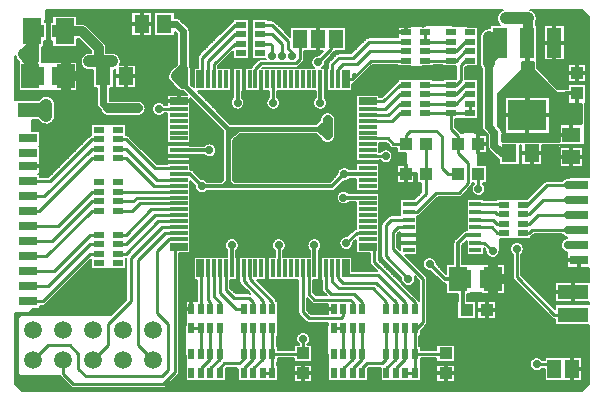
<source format=gtl>
G04 DipTrace 3.3.1.1*
G04 Top.gtl*
%MOIN*%
G04 #@! TF.FileFunction,Copper,L1,Top*
G04 #@! TF.Part,Single*
G04 #@! TA.AperFunction,CopperBalancing*
%ADD13C,0.01*%
%ADD14C,0.012*%
G04 #@! TA.AperFunction,Conductor*
%ADD15C,0.032*%
G04 #@! TA.AperFunction,CopperBalancing*
%ADD16C,0.015*%
G04 #@! TA.AperFunction,Conductor*
%ADD17C,0.016*%
%ADD18C,0.04*%
G04 #@! TA.AperFunction,ViaPad*
%ADD19C,0.035622*%
G04 #@! TA.AperFunction,Conductor*
%ADD20C,0.025*%
%ADD21C,0.024*%
%ADD23C,0.014*%
%ADD26C,0.031699*%
G04 #@! TA.AperFunction,ViaPad*
%ADD27C,0.031685*%
G04 #@! TA.AperFunction,CopperBalancing*
%ADD28C,0.006*%
%ADD29C,0.013*%
%ADD34R,0.063X0.0315*%
%ADD35R,0.051181X0.059055*%
%ADD36R,0.059055X0.051181*%
%ADD37R,0.03937X0.043307*%
%ADD38R,0.043307X0.03937*%
%ADD39R,0.062992X0.086614*%
%ADD40R,0.062992X0.031496*%
%ADD41R,0.035433X0.019685*%
%ADD44R,0.046X0.063*%
%ADD45R,0.1X0.05*%
%ADD46R,0.019685X0.035433*%
%ADD48R,0.059055X0.025197*%
%ADD49R,0.059055X0.012598*%
%ADD50R,0.025197X0.059055*%
%ADD51R,0.012598X0.059055*%
%ADD53R,0.03937X0.01378*%
%ADD54R,0.05X0.1*%
%ADD55R,0.13X0.1*%
%ADD56R,0.059055X0.07874*%
G04 #@! TA.AperFunction,ViaPad*
%ADD57C,0.027699*%
%ADD60C,0.027748*%
%ADD62C,0.059055*%
%FSLAX26Y26*%
G04*
G70*
G90*
G75*
G01*
G04 Top*
%LPD*%
X1490453Y668946D2*
D13*
Y646702D1*
X1481201Y637450D1*
X1374951D1*
X1354626Y657776D1*
Y803740D1*
X1374311D2*
Y719340D1*
X1393701Y699950D1*
X1512451D1*
X1521949Y690453D1*
Y668946D1*
X1433366Y803740D2*
Y735286D1*
X1449951Y718701D1*
X1524951D1*
X1553445Y690207D1*
Y668946D1*
X1633957D2*
Y690945D1*
X1587450Y737451D1*
X1474950D1*
X1453051Y759350D1*
Y803740D1*
X1472736D2*
Y770915D1*
X1487450Y756201D1*
X1599951D1*
X1665453Y690699D1*
Y668946D1*
X1498720Y803740D2*
Y782432D1*
X1499951Y781201D1*
X1606201D1*
X1696949Y690453D1*
Y668946D1*
X1571161Y876181D2*
X1592470D1*
X1593701Y874950D1*
Y824951D1*
X1728445Y690207D1*
Y668946D1*
X1571161Y921850D2*
X1534350D1*
X1499951Y887451D1*
X1929921Y889395D2*
X1960507D1*
X1987450Y862451D1*
X1571161Y1236811D2*
X1638091D1*
X1656201Y1218701D1*
X1697736D1*
Y1247738D1*
X1712450Y1262451D1*
X1799950D1*
X1818701Y1243701D1*
Y1137450D1*
X1837450Y1118701D1*
X1872736D1*
X1015453Y668946D2*
Y801969D1*
X1013681Y803740D1*
X1046949Y668946D2*
Y690453D1*
X1039665Y697736D1*
Y803740D1*
X1078445Y668946D2*
Y690207D1*
X1059350Y709302D1*
Y803740D1*
X1079035D2*
Y720865D1*
X1130954Y668946D1*
X1158957D1*
X1098720Y803740D2*
Y732432D1*
X1124951Y706201D1*
X1174951D1*
X1190453Y690699D1*
Y668946D1*
X1157776Y803740D2*
Y760877D1*
X1221949Y696703D1*
Y668946D1*
X1177461Y803740D2*
Y769316D1*
X1253445Y693332D1*
Y668946D1*
X1006201Y1162451D2*
D14*
X990896Y1177756D1*
X941240D1*
X1003740Y1158071D2*
X941240D1*
X891240Y1361220D2*
X941240D1*
X1990576Y712450D2*
D15*
Y768701D1*
X1968602D1*
X2037450D1*
X621825Y1440576D2*
X618701Y1443701D1*
X543602D1*
X565256D1*
Y1512131D1*
X941240Y1177756D2*
D14*
X890256D1*
X887450Y1174950D1*
X941240Y1158071D2*
X889320D1*
X887450Y1156201D1*
X941240Y1361220D2*
X982432D1*
X1006201Y1337451D1*
X1968602Y768701D2*
D15*
X1990256D1*
Y821507D1*
X565256Y1443701D2*
Y1384646D1*
X1764665Y1218701D2*
D13*
Y1118701D1*
Y1052165D1*
X1729848Y1017348D1*
X1707480D1*
X2087697Y984449D2*
X2109449D1*
X2156201Y1031201D1*
X2237450D1*
X2274951D1*
X1929921Y1017348D2*
X2023302D1*
X2024705Y1015945D1*
X1929921Y991757D2*
X1995644D1*
X2002953Y984449D1*
X2024705D1*
X1929921Y966167D2*
X1989984D1*
X2003198Y952953D1*
X2024705D1*
X1929921Y940576D2*
X1984325D1*
X2003445Y921457D1*
X2024705D1*
X1320562Y1512451D2*
Y1523091D1*
X1306201Y1537451D1*
Y1562450D1*
X1252706Y1615945D1*
X1212697D1*
X456201Y1237451D2*
D16*
X437450D1*
X1212697Y1584449D2*
D13*
X1252951D1*
X1286706Y1550694D1*
Y1512451D1*
X456201Y1187451D2*
D16*
X437449D1*
X2256201Y649951D2*
D13*
X2193701D1*
X2068701Y774951D1*
Y868701D1*
X1212697Y1552953D2*
X1246949D1*
X1252741Y1547160D1*
Y1512823D1*
X2087697Y952953D2*
X2109203D1*
X2137451Y981201D1*
X2237450D1*
X2274950D1*
X2087697Y921457D2*
X2108957D1*
X2118701Y931201D1*
X2237450D1*
X2274951D1*
X2087697Y1015945D2*
Y1012450D1*
X2099950D1*
X2168701Y1081201D1*
X2237450D1*
X2274951D1*
Y881201D2*
X2237450D1*
X1939665Y1118701D2*
Y1068701D1*
X1940576D1*
X1013681Y1433661D2*
X1018701Y1434325D1*
Y1506201D1*
X1128445Y1615945D1*
X1149705D1*
X437449Y743701D2*
X506201D1*
X646949Y884449D1*
X674705D1*
Y852953D2*
X646702D1*
X487450Y693701D1*
X437449D1*
Y793701D2*
X524950D1*
X647194Y915945D1*
X674705D1*
X941240Y961220D2*
X873720D1*
X765453Y852953D1*
X737697D1*
X941240Y980906D2*
X862156D1*
X765699Y884449D1*
X737697D1*
X941240Y1000591D2*
X850591D1*
X765945Y915945D1*
X737697D1*
X437449Y843701D2*
X499951D1*
X652707Y996457D1*
X674705D1*
X437449Y893701D2*
X518701D1*
X652953Y1027953D1*
X674705D1*
X437449Y943701D2*
X537451D1*
X653199Y1059449D1*
X674705D1*
X437449Y993701D2*
X474950D1*
X652706Y1171457D1*
X674705D1*
X983957Y605954D2*
X1015453D1*
Y518948D1*
X1046949Y605954D2*
Y518948D1*
Y503198D1*
X1015453Y471702D1*
Y455955D1*
X1078445Y605954D2*
Y518948D1*
Y503445D1*
X1046949Y471949D1*
Y455955D1*
X1158957Y605954D2*
Y518948D1*
Y502707D1*
X1143701Y487451D1*
X1093701D1*
X1078445Y472196D1*
Y455955D1*
X1190453Y605954D2*
Y518948D1*
Y502953D1*
X1158957Y471457D1*
Y455955D1*
X1221949Y605954D2*
Y518948D1*
Y503198D1*
X1190453Y471702D1*
Y455955D1*
X1707480Y940576D2*
X1671825D1*
X1656201Y924951D1*
Y868701D1*
X1756201Y768701D1*
Y624951D1*
X1737203Y605954D1*
X1728445D1*
Y518948D2*
X1829232D1*
X1831201Y520916D1*
X1728445Y455955D2*
X1696949D1*
X1728445Y518948D2*
Y455955D1*
Y605954D2*
Y518948D1*
X1458957Y605954D2*
X1490453D1*
Y518948D1*
X1521949Y605954D2*
Y518948D1*
Y503198D1*
X1490453Y471702D1*
Y455955D1*
X1553445Y605954D2*
Y518948D1*
Y503445D1*
X1521949Y471949D1*
Y455955D1*
X1553445D2*
Y472196D1*
X1568701Y487451D1*
X1618701D1*
X1633957Y502707D1*
Y518948D1*
Y605954D1*
X437449Y1043701D2*
X493701D1*
X652953Y1202953D1*
X674705D1*
X1633957Y455955D2*
Y471457D1*
X1665453Y502953D1*
Y518948D1*
Y605954D1*
Y455955D2*
Y471703D1*
X1696949Y503199D1*
Y518948D1*
Y605954D1*
X437449Y1093701D2*
X512450D1*
X653198Y1234449D1*
X674705D1*
X941240Y1020276D2*
X810875D1*
X787056Y996457D1*
X737697D1*
X941240Y1039961D2*
X802461D1*
X790453Y1027953D1*
X737697D1*
X941240Y1059646D2*
X737697D1*
Y1059449D1*
X941240Y1079331D2*
X858071D1*
X765945Y1171457D1*
X737697D1*
X941240Y1099016D2*
X869636D1*
X765699Y1202953D1*
X737697D1*
X941240Y1138386D2*
X861516D1*
X765453Y1234449D1*
X737697D1*
X1039665Y1433661D2*
Y1495916D1*
X1128198Y1584449D1*
X1149705D1*
X1059350Y1433661D2*
Y1484350D1*
X1127953Y1552953D1*
X1149705D1*
X1912697Y1352953D2*
Y1321457D1*
X1849705D2*
Y1268948D1*
X1872736Y1245916D1*
Y1218701D1*
X1849705Y1321457D2*
X1762697D1*
X1912697D2*
X1849705D1*
X1872736Y1218701D2*
Y1189665D1*
X1906201Y1156201D1*
Y1087450D1*
X1874951Y1056201D1*
X1799950D1*
X1735507Y991757D1*
X1707480D1*
X1571161Y1177756D2*
X1631201D1*
X2193701Y468701D2*
X2181201Y484325D1*
X2134325D1*
X1346201Y1568701D2*
Y1502450D1*
X1331202Y1487451D1*
X1215576D1*
X1197146Y1469021D1*
Y1433661D1*
X941240Y1335236D2*
X874951D1*
X1466201Y1568701D2*
Y1563075D1*
X1449951Y1546825D1*
Y1534327D1*
X1406201Y1490576D1*
X468799Y1443701D2*
D17*
X456201D1*
D15*
Y1588583D1*
X451083Y1593701D1*
X468799Y1443701D2*
X447146D1*
D17*
X468799D1*
D16*
D3*
D15*
D3*
D16*
X447146D1*
X451083Y1593701D2*
X472736D1*
X2102701Y1556201D2*
D15*
Y1584701D1*
X2106201Y1588201D1*
Y1637450D1*
X2102701Y1556201D2*
D16*
Y1315201D1*
X456201Y1499950D2*
Y1577165D1*
X472736Y1593701D1*
X2031201Y1637451D2*
D18*
X2068701D1*
X2106201D1*
Y1637450D1*
X424950Y1518701D2*
X443701Y1499950D1*
X456201D1*
Y1543701D1*
X424950Y1518701D2*
D19*
X449950Y1543701D1*
X456201D1*
X1221949Y455955D2*
D13*
X1253445D1*
Y518948D2*
X1354232D1*
X1356201Y520916D1*
X1706201Y768701D2*
X1631201Y843701D1*
Y946825D1*
X1650542Y966167D1*
X1707480D1*
X1253445Y518948D2*
Y605954D1*
Y455955D2*
Y518948D1*
X1356201Y520916D2*
Y568701D1*
X1762697Y1590945D2*
Y1559449D1*
X1849705D1*
X1762697Y1527953D2*
X1849705D1*
X1865453D1*
X1896949Y1559449D1*
X1912697D1*
X1762697Y1496457D2*
X1849705D1*
X1865206D1*
X1896702Y1527953D1*
X1912697D1*
X1762697Y1415945D2*
X1849705D1*
X1865945D1*
X1881201Y1431201D1*
Y1481201D1*
X1896457Y1496457D1*
X1912697D1*
X1762697Y1384449D2*
X1849705D1*
X1865698D1*
X1897194Y1415945D1*
X1912697D1*
X1762697Y1352953D2*
X1849705D1*
X1865453D1*
X1896949Y1384449D1*
X1912697D1*
X1974950Y1487451D2*
D16*
X2006201Y1518702D1*
Y1531201D1*
Y1556201D1*
X2011701D1*
X2043898Y1187451D2*
D20*
X2018699D1*
X1993701Y1212450D1*
Y1256201D1*
X1974950Y1274951D1*
Y1487451D1*
D15*
Y1519450D1*
X2011701Y1556201D1*
X499951Y1312451D2*
D16*
Y1318701D1*
X468701D1*
X456201Y1331201D1*
X1974950Y1531201D2*
X2006201D1*
X1974950Y1574950D2*
X2006201D1*
Y1556201D1*
X1974950Y1487451D2*
D18*
Y1531201D1*
Y1574950D1*
D16*
X1992951D1*
X2011701Y1556201D1*
X1974950Y1531201D2*
X1986701D1*
X2011701Y1556201D1*
X499951Y1312451D2*
D18*
Y1349951D1*
X481201Y1331201D1*
D19*
X468701D1*
X499951Y1312451D2*
D18*
X481202Y1331201D1*
X1699705Y1559449D2*
D13*
X1575073D1*
X1521825Y1506201D1*
X1474951D1*
X1453051Y1484301D1*
Y1433661D1*
X1472736D2*
Y1469612D1*
X1487450Y1484325D1*
X1534325D1*
X1577953Y1527953D1*
X1699705D1*
X1498720Y1433661D2*
X1518037D1*
X1580832Y1496457D1*
X1699705D1*
Y1415945D2*
X1678445D1*
X1623720Y1361220D1*
X1571161D1*
X1699705Y1384449D2*
X1678198D1*
X1628986Y1335236D1*
X1571161D1*
X1699705Y1352953D2*
X1677953D1*
X1640551Y1315551D1*
X1571161D1*
X1699705Y1321457D2*
X1677707D1*
X1652117Y1295866D1*
X1571161D1*
X941240Y902165D2*
X908415D1*
X868701Y862451D1*
Y656201D1*
X906201Y618701D1*
Y465576D1*
X884325Y443701D1*
X631201D1*
X606201Y468701D1*
Y518701D1*
X578076Y546825D1*
X506201D1*
X456201Y496825D1*
X856201D2*
X806201Y546825D1*
Y831201D1*
X896850Y921850D1*
X941240D1*
Y876181D2*
X928076D1*
Y459327D1*
X887450Y418701D1*
X590576D1*
X556201Y453076D1*
Y496825D1*
X656201D2*
X706201Y546825D1*
Y618701D1*
X781201Y693701D1*
Y837450D1*
X885286Y941535D1*
X941240D1*
X1106201Y1237451D2*
D17*
Y1249950D1*
X1124951Y1268701D1*
X1137450D1*
X1106201Y1237451D1*
Y1268701D1*
X1406201D1*
X1571161Y1118701D2*
D14*
X1493701D1*
X1453076Y1078076D1*
X1096825D1*
X1018701D1*
X1106201Y1268701D2*
D17*
X956201Y1418701D1*
D21*
D3*
X1137450Y1268701D2*
D17*
X1406201D1*
X1437450Y1299950D1*
X956201Y1418701D2*
D15*
Y1468701D1*
X1018701Y1078076D2*
D14*
X978076Y1118701D1*
X941240D1*
X1096825Y1078076D2*
X1106201Y1087451D1*
D17*
Y1237451D1*
X956201Y1468701D2*
D21*
Y1593701D1*
X931201Y1618701D1*
X893602D1*
X931201Y1443701D2*
D15*
X956201Y1468701D1*
X1437450Y1299950D2*
Y1268701D1*
Y1246825D1*
D17*
X1428076D1*
X1406201Y1268701D1*
X1437450D1*
Y1246825D2*
D16*
Y1299950D1*
X956201Y1418701D2*
Y1468701D1*
X1106201Y1268701D2*
D17*
D3*
X956201Y1418701D2*
D15*
X931201Y1443701D1*
X1571161Y1039961D2*
D14*
X1490576D1*
X1413681Y1433661D2*
Y1351181D1*
X1412450Y1356201D1*
X1138091Y1433661D2*
Y1356201D1*
X1137450D1*
X1118406Y803740D2*
Y881201D1*
X1118701D1*
X1393996Y803740D2*
Y881201D1*
X1393701D1*
X1929921Y914986D2*
X1899360D1*
X1871825Y887451D1*
Y768701D1*
X1893799D1*
X1778076Y818701D2*
X1828076Y768701D1*
X1893799D1*
X941240Y1197441D2*
X1043172D1*
Y1197177D1*
X690675Y1443701D2*
D21*
Y1352978D1*
X706201Y1337451D1*
X718701Y1493701D2*
D15*
X681201D1*
Y1443701D1*
X690675D1*
X643701Y1493701D2*
D18*
X718701D1*
X561319Y1593701D2*
D15*
X618702D1*
X674951Y1537451D1*
Y1493701D1*
X643701D1*
X1893799Y768701D2*
D23*
Y759744D1*
X1887450Y753395D1*
Y665576D1*
X1900861D1*
X1893799Y768701D2*
D14*
X1872146D1*
D23*
X1893799D1*
X1872146D2*
D14*
D3*
D16*
X1893799D1*
X561319Y1593701D2*
X539665D1*
X706201Y1337451D2*
D26*
X806201D1*
D16*
X756201D1*
X706201D1*
X1256201Y1433661D2*
D13*
Y1356201D1*
X1275886Y803740D2*
Y880265D1*
X1274950Y881201D1*
D57*
X456201Y1187451D3*
Y1237451D3*
D19*
X2106201Y1637450D3*
X1974950Y1487451D3*
X456201Y1499950D3*
X499951Y1312451D3*
X1974950Y1531201D3*
Y1574950D3*
X2068701Y1637451D3*
X2031201D3*
X456201Y1543701D3*
X424950Y1518701D3*
X499951Y1349951D3*
X468701Y1331201D3*
D60*
X1274950Y881201D3*
D19*
X599951Y1337451D3*
Y1299951D3*
D60*
X837450Y1506201D3*
X1199950Y1356201D3*
X1387451Y668701D3*
X1274951Y418701D3*
X1906201D3*
D19*
X2199951Y587451D3*
D60*
X1706201Y1068701D3*
D19*
X2287451Y587451D3*
X2156201D3*
D60*
X1306201Y718701D3*
X1006201Y1306201D3*
X1131201Y743701D3*
X2274950Y1637451D3*
D62*
X456201Y596825D3*
D19*
X643701Y1299951D3*
D60*
X656201Y768701D3*
X968701D3*
X1806201Y668701D3*
X1762450Y940576D3*
D19*
X643701Y1374950D3*
D60*
X1137450Y1490576D3*
X1462450Y862451D3*
X1256201Y1190576D3*
X1490576Y1039961D3*
X1137450Y1356201D3*
X1118701Y881201D3*
D62*
X556201Y596825D3*
D27*
X643701Y1493701D3*
X756201Y1337451D3*
D60*
X1043172Y1197177D3*
X2237450Y981201D3*
Y1081201D3*
X1940576Y1068701D3*
D62*
X456201Y496825D3*
X656201D3*
D60*
X1018701Y1078076D3*
D27*
X956201Y1468701D3*
X931201Y1443701D3*
D60*
X1706201Y768701D3*
X1499951Y887451D3*
X1252741Y1512823D3*
D62*
X756201Y496825D3*
Y596825D3*
D60*
X1631201Y1177756D3*
X874951Y1335236D3*
D19*
X643701Y1337451D3*
X599951Y1374950D3*
D60*
X993701Y1506201D3*
X1337450Y881201D3*
X599951Y687451D3*
X1768701Y418701D3*
X1403201Y740576D3*
X1831201Y593701D3*
X1974951Y1168701D3*
X1931201Y712450D3*
D19*
X2287450Y543701D3*
X2243701Y587451D3*
D60*
X856201Y1368701D3*
X765576Y1384325D3*
X1456201Y968701D3*
X1524951Y1562451D3*
D62*
X856201Y596825D3*
D60*
X1856201Y1006201D3*
X1574950Y1412451D3*
X1318701Y1356201D3*
X1024950Y912450D3*
D19*
X2156201Y543701D3*
D60*
X2062450Y693701D3*
X1206201Y1190576D3*
X1203076Y943701D3*
X1412450Y1356201D3*
X1778076Y818701D3*
X1393701Y881201D3*
D27*
X718701Y1493701D3*
X706201Y1337451D3*
X806201D3*
D60*
X2237450Y1031201D3*
Y931201D3*
Y881201D3*
D62*
X556201Y496825D3*
X856201D3*
D60*
X1493701Y1118701D3*
D27*
X1437450Y1299950D3*
X956201Y1418701D3*
X1437450Y1246825D3*
D60*
X1356201Y568701D3*
X1987450Y862451D3*
X1320562Y1512451D3*
X1286706D3*
X2068701Y868701D3*
D62*
X656201Y596825D3*
D60*
X2134325Y484325D3*
X1406201Y1490576D3*
X1256201Y1356201D3*
D27*
X681201Y1493701D3*
X498920Y1659832D2*
D28*
X2011782D1*
X2125612D2*
X2291474D1*
X498920Y1653963D2*
X783365D1*
X854232D2*
X858177D1*
X929033D2*
X2006474D1*
X2130932D2*
X2297345D1*
X498920Y1648094D2*
X783365D1*
X854232D2*
X858177D1*
X929033D2*
X2003369D1*
X2134037D2*
X2303217D1*
X498920Y1642226D2*
X519986D1*
X602655D2*
X783365D1*
X854232D2*
X858177D1*
X929033D2*
X2001751D1*
X2135643D2*
X2308853D1*
X498920Y1636357D2*
X519986D1*
X602655D2*
X783365D1*
X854232D2*
X858177D1*
X943612D2*
X2001377D1*
X2136017D2*
X2308853D1*
X498392Y1630488D2*
X519986D1*
X602655D2*
X783365D1*
X854232D2*
X858177D1*
X950056D2*
X1122154D1*
X1177260D2*
X1185142D1*
X1240248D2*
X2002197D1*
X2135197D2*
X2308853D1*
X495017Y1624619D2*
X519986D1*
X602655D2*
X783365D1*
X854232D2*
X858177D1*
X955916D2*
X1116377D1*
X1177260D2*
X1185142D1*
X1264776D2*
X2004329D1*
X2133076D2*
X2308853D1*
X502260Y1618751D2*
X510142D1*
X622400D2*
X783365D1*
X854232D2*
X858177D1*
X961787D2*
X1110517D1*
X1177260D2*
X1185142D1*
X1270635D2*
X2008126D1*
X2132045D2*
X2308853D1*
X502260Y1612882D2*
X510142D1*
X635713D2*
X783365D1*
X854232D2*
X858177D1*
X967659D2*
X1104646D1*
X1177260D2*
X1185142D1*
X1276505D2*
X1759606D1*
X1855916D2*
X1976861D1*
X2137541D2*
X2158865D1*
X2228537D2*
X2308853D1*
X502260Y1607013D2*
X510142D1*
X641689D2*
X783365D1*
X854232D2*
X858177D1*
X973353D2*
X1098774D1*
X1177260D2*
X1185142D1*
X1282377D2*
X1313357D1*
X1499045D2*
X1672150D1*
X1940256D2*
X1976861D1*
X2137541D2*
X2158865D1*
X2228537D2*
X2308853D1*
X502260Y1601144D2*
X510142D1*
X647549D2*
X783365D1*
X854232D2*
X858177D1*
X976693D2*
X1092903D1*
X1177260D2*
X1185142D1*
X1288248D2*
X1313357D1*
X1499045D2*
X1672150D1*
X1940256D2*
X1961357D1*
X2137541D2*
X2158865D1*
X2228537D2*
X2308853D1*
X502260Y1595276D2*
X510142D1*
X653420D2*
X783365D1*
X854232D2*
X858177D1*
X977983D2*
X1087033D1*
X1177260D2*
X1185142D1*
X1294119D2*
X1313357D1*
X1499045D2*
X1672150D1*
X1940256D2*
X1953329D1*
X2137541D2*
X2158865D1*
X2228537D2*
X2308853D1*
X502260Y1589407D2*
X510142D1*
X659291D2*
X783365D1*
X854232D2*
X858177D1*
X978041D2*
X1081173D1*
X1177260D2*
X1185142D1*
X1299979D2*
X1313357D1*
X1499045D2*
X1672150D1*
X1940256D2*
X1948934D1*
X2137541D2*
X2158865D1*
X2228537D2*
X2308853D1*
X502260Y1583538D2*
X510142D1*
X665163D2*
X783365D1*
X854232D2*
X858177D1*
X929033D2*
X934361D1*
X978041D2*
X1075302D1*
X1177260D2*
X1185142D1*
X1305849D2*
X1313357D1*
X1499045D2*
X1672150D1*
X1940256D2*
X1946403D1*
X2137541D2*
X2158865D1*
X2228537D2*
X2308853D1*
X502260Y1577669D2*
X510142D1*
X671033D2*
X934361D1*
X978041D2*
X1069430D1*
X1177260D2*
X1185142D1*
X1499045D2*
X1672150D1*
X1940256D2*
X1945232D1*
X2137541D2*
X2158865D1*
X2228537D2*
X2308853D1*
X502260Y1571801D2*
X510142D1*
X676892D2*
X934361D1*
X978041D2*
X1063560D1*
X1177260D2*
X1185142D1*
X1499045D2*
X1567385D1*
X1940256D2*
X1945114D1*
X2137541D2*
X2158865D1*
X2228537D2*
X2308853D1*
X502260Y1565932D2*
X510142D1*
X602655D2*
X610173D1*
X682764D2*
X934361D1*
X978041D2*
X1057689D1*
X1177260D2*
X1185142D1*
X1499045D2*
X1560822D1*
X1940256D2*
X1945114D1*
X2137541D2*
X2158865D1*
X2228537D2*
X2308853D1*
X492416Y1560063D2*
X519986D1*
X602655D2*
X616045D1*
X688635D2*
X934361D1*
X978041D2*
X1051829D1*
X1177260D2*
X1185142D1*
X1499045D2*
X1554950D1*
X1940256D2*
X1945114D1*
X2137541D2*
X2158865D1*
X2228537D2*
X2308853D1*
X492416Y1554194D2*
X519986D1*
X602655D2*
X621915D1*
X694436D2*
X934361D1*
X978041D2*
X1045958D1*
X1177260D2*
X1185142D1*
X1499045D2*
X1549079D1*
X1940256D2*
X1945114D1*
X2137541D2*
X2158865D1*
X2228537D2*
X2308853D1*
X492416Y1548325D2*
X519986D1*
X602655D2*
X627786D1*
X698327D2*
X934361D1*
X978041D2*
X1040087D1*
X1177260D2*
X1185142D1*
X1499045D2*
X1543209D1*
X1940256D2*
X1945114D1*
X2137541D2*
X2158865D1*
X2228537D2*
X2308853D1*
X492416Y1542457D2*
X519986D1*
X602655D2*
X633646D1*
X700295D2*
X934361D1*
X978041D2*
X1034217D1*
X1177260D2*
X1185142D1*
X1499045D2*
X1537337D1*
X1940256D2*
X1945114D1*
X2137541D2*
X2158865D1*
X2228537D2*
X2308853D1*
X486041Y1536588D2*
X639517D1*
X700787D2*
X934361D1*
X978041D2*
X1028345D1*
X1177260D2*
X1185142D1*
X1499045D2*
X1531478D1*
X1940256D2*
X1945114D1*
X2137541D2*
X2158865D1*
X2228537D2*
X2308853D1*
X486041Y1530719D2*
X645388D1*
X700787D2*
X934361D1*
X978041D2*
X1022486D1*
X1177260D2*
X1185142D1*
X1499045D2*
X1525606D1*
X1940256D2*
X1945114D1*
X2137541D2*
X2158865D1*
X2228537D2*
X2308853D1*
X486041Y1524850D2*
X649114D1*
X700787D2*
X934361D1*
X978041D2*
X1016614D1*
X1177260D2*
X1185142D1*
X1361045D2*
X1419739D1*
X1461181D2*
X1519735D1*
X1940256D2*
X1945114D1*
X2137541D2*
X2158865D1*
X2228537D2*
X2308853D1*
X486041Y1518982D2*
X628407D1*
X733999D2*
X934361D1*
X978041D2*
X1010743D1*
X1114717D2*
X1122154D1*
X1177260D2*
X1185142D1*
X1361045D2*
X1413869D1*
X1455345D2*
X1468067D1*
X1940256D2*
X1945114D1*
X2137541D2*
X2158865D1*
X2228537D2*
X2308853D1*
X486041Y1513113D2*
X621235D1*
X741169D2*
X934361D1*
X978041D2*
X1005646D1*
X1108845D2*
X1122154D1*
X1177260D2*
X1185142D1*
X1361045D2*
X1400462D1*
X1449475D2*
X1461130D1*
X1940256D2*
X1945114D1*
X2137541D2*
X2158865D1*
X2228537D2*
X2308853D1*
X486041Y1507244D2*
X617181D1*
X745213D2*
X934361D1*
X978041D2*
X1003900D1*
X1102987D2*
X1122154D1*
X1177260D2*
X1185142D1*
X1361045D2*
X1389587D1*
X1443604D2*
X1455259D1*
X1940256D2*
X1945114D1*
X2137541D2*
X2158865D1*
X2228537D2*
X2308853D1*
X397307Y1501375D2*
X400802D1*
X486041D2*
X614885D1*
X747521D2*
X934361D1*
X978041D2*
X1003865D1*
X1097115D2*
X1211990D1*
X1360999D2*
X1385169D1*
X1437744D2*
X1449388D1*
X1940256D2*
X1945114D1*
X2137541D2*
X2158865D1*
X2228537D2*
X2308853D1*
X397307Y1495507D2*
X406197D1*
X485701D2*
X613911D1*
X748483D2*
X934361D1*
X978041D2*
X1003865D1*
X1091244D2*
X1202896D1*
X1359228D2*
X1383013D1*
X1431873D2*
X1443517D1*
X1940256D2*
X1945114D1*
X2134787D2*
X2308853D1*
X397307Y1489638D2*
X407778D1*
X604623D2*
X614146D1*
X748260D2*
X934361D1*
X978041D2*
X1003865D1*
X1085373D2*
X1197025D1*
X1354131D2*
X1382509D1*
X1429892D2*
X1439251D1*
X1940256D2*
X1945114D1*
X2134787D2*
X2308853D1*
X397307Y1483769D2*
X407778D1*
X604623D2*
X615598D1*
X746807D2*
X934361D1*
X978041D2*
X1003865D1*
X1079501D2*
X1191154D1*
X1348260D2*
X1383517D1*
X1428885D2*
X1438209D1*
X1940256D2*
X1945337D1*
X2134787D2*
X2239173D1*
X2298228D2*
X2308853D1*
X397307Y1477900D2*
X407778D1*
X604623D2*
X618493D1*
X800912D2*
X929110D1*
X980303D2*
X1003865D1*
X1074193D2*
X1185411D1*
X1342388D2*
X1386270D1*
X1426131D2*
X1438209D1*
X1583009D2*
X1672150D1*
X1790256D2*
X1822150D1*
X1940256D2*
X1946709D1*
X2134787D2*
X2239173D1*
X2298228D2*
X2308853D1*
X397307Y1472031D2*
X407778D1*
X604623D2*
X623474D1*
X800912D2*
X923239D1*
X981815D2*
X991243D1*
X1577151D2*
X1866365D1*
X1896041D2*
X1949509D1*
X2135291D2*
X2239173D1*
X2298228D2*
X2308853D1*
X397307Y1466163D2*
X407778D1*
X604623D2*
X633270D1*
X800912D2*
X917369D1*
X982037D2*
X991243D1*
X1571280D2*
X1866365D1*
X1896041D2*
X1952614D1*
X2141163D2*
X2239173D1*
X2298228D2*
X2308853D1*
X397307Y1460294D2*
X407778D1*
X604623D2*
X655243D1*
X726100D2*
X730045D1*
X800912D2*
X911579D1*
X982037D2*
X991243D1*
X1565408D2*
X1866365D1*
X1896041D2*
X1952614D1*
X2147021D2*
X2239173D1*
X2298228D2*
X2308853D1*
X397307Y1454425D2*
X407778D1*
X604623D2*
X655243D1*
X726100D2*
X730045D1*
X800912D2*
X907747D1*
X982037D2*
X991243D1*
X1559537D2*
X1866365D1*
X1896041D2*
X1952614D1*
X2152892D2*
X2239173D1*
X2298228D2*
X2308853D1*
X397307Y1448556D2*
X407778D1*
X604623D2*
X655243D1*
X726100D2*
X730045D1*
X800912D2*
X905837D1*
X982037D2*
X991243D1*
X1553667D2*
X1866365D1*
X1896041D2*
X1952614D1*
X2158764D2*
X2239173D1*
X2298228D2*
X2308853D1*
X397307Y1442688D2*
X407778D1*
X604623D2*
X655243D1*
X726100D2*
X730045D1*
X800912D2*
X905381D1*
X982037D2*
X991243D1*
X1547807D2*
X1866365D1*
X1896041D2*
X1952614D1*
X2164635D2*
X2239173D1*
X2298228D2*
X2308853D1*
X397307Y1436819D2*
X407778D1*
X604623D2*
X655243D1*
X726100D2*
X730045D1*
X800912D2*
X906318D1*
X982037D2*
X991243D1*
X1541936D2*
X1866083D1*
X1896041D2*
X1952614D1*
X2170495D2*
X2239173D1*
X2298228D2*
X2308853D1*
X397307Y1430950D2*
X407778D1*
X604623D2*
X655243D1*
X726100D2*
X730045D1*
X800912D2*
X908814D1*
X982037D2*
X991243D1*
X1536064D2*
X1672150D1*
X1790256D2*
X1822150D1*
X1940256D2*
X1952614D1*
X2176365D2*
X2239173D1*
X2298228D2*
X2308853D1*
X397307Y1425081D2*
X407778D1*
X604623D2*
X655243D1*
X726100D2*
X730045D1*
X800912D2*
X913525D1*
X982037D2*
X991243D1*
X1530193D2*
X1666841D1*
X1940256D2*
X1952614D1*
X2182236D2*
X2239173D1*
X2298228D2*
X2308853D1*
X397307Y1419213D2*
X407778D1*
X604623D2*
X655243D1*
X726100D2*
X730045D1*
X800912D2*
X919396D1*
X982037D2*
X991243D1*
X1521159D2*
X1660970D1*
X1940256D2*
X1952614D1*
X2188108D2*
X2308853D1*
X397307Y1413344D2*
X407778D1*
X604623D2*
X655243D1*
X726100D2*
X730045D1*
X800912D2*
X925266D1*
X986537D2*
X991243D1*
X1521159D2*
X1655110D1*
X1940256D2*
X1952614D1*
X2193979D2*
X2239173D1*
X2298228D2*
X2308853D1*
X397307Y1407475D2*
X407778D1*
X604623D2*
X655243D1*
X726100D2*
X730045D1*
X800912D2*
X931126D1*
X1521159D2*
X1649239D1*
X1940256D2*
X1952614D1*
X2199849D2*
X2239173D1*
X2298228D2*
X2308853D1*
X397307Y1401606D2*
X407778D1*
X604623D2*
X668837D1*
X712517D2*
X936997D1*
X1521159D2*
X1643369D1*
X1940256D2*
X1952614D1*
X2298228D2*
X2308853D1*
X397307Y1395738D2*
X407778D1*
X604623D2*
X668837D1*
X712517D2*
X945130D1*
X1521159D2*
X1637497D1*
X1940256D2*
X1952614D1*
X2298228D2*
X2308853D1*
X397307Y1389869D2*
X668837D1*
X712517D2*
X960049D1*
X1010009D2*
X1121885D1*
X1153564D2*
X1241357D1*
X1271045D2*
X1397837D1*
X1429517D2*
X1631626D1*
X1940256D2*
X1952614D1*
X2298228D2*
X2308853D1*
X397307Y1384000D2*
X668837D1*
X712517D2*
X965919D1*
X1015881D2*
X1121837D1*
X1153517D2*
X1241357D1*
X1271045D2*
X1397837D1*
X1429517D2*
X1625766D1*
X1940256D2*
X1952614D1*
X2298228D2*
X2308853D1*
X397307Y1378131D2*
X491545D1*
X508353D2*
X668837D1*
X712517D2*
X901877D1*
X1021752D2*
X1121790D1*
X1153471D2*
X1241357D1*
X1271045D2*
X1397837D1*
X1429517D2*
X1531794D1*
X1610525D2*
X1619896D1*
X1940256D2*
X1952614D1*
X2298228D2*
X2308853D1*
X397307Y1372262D2*
X480446D1*
X519451D2*
X668837D1*
X712517D2*
X901877D1*
X1027623D2*
X1120232D1*
X1154667D2*
X1238978D1*
X1273424D2*
X1395224D1*
X1429669D2*
X1531794D1*
X1940256D2*
X1952614D1*
X2298228D2*
X2308853D1*
X397307Y1366394D2*
X474446D1*
X524736D2*
X668837D1*
X712517D2*
X901877D1*
X1033495D2*
X1116106D1*
X1158791D2*
X1234853D1*
X1277549D2*
X1391110D1*
X1433795D2*
X1531794D1*
X1940256D2*
X1952614D1*
X2298228D2*
X2308853D1*
X527819Y1360525D2*
X668837D1*
X816651D2*
X901877D1*
X980608D2*
X989392D1*
X1039353D2*
X1114150D1*
X1160760D2*
X1232896D1*
X1279505D2*
X1389142D1*
X1435752D2*
X1531794D1*
X1940256D2*
X1952614D1*
X2298228D2*
X2308853D1*
X529412Y1354656D2*
X668837D1*
X825064D2*
X861822D1*
X888088D2*
X901877D1*
X980608D2*
X995262D1*
X1045224D2*
X1113786D1*
X1161112D2*
X1232545D1*
X1279857D2*
X1388790D1*
X1436115D2*
X1531794D1*
X1940256D2*
X1952614D1*
X2297291D2*
X2308853D1*
X529787Y1348787D2*
X669247D1*
X829189D2*
X855622D1*
X980608D2*
X1001134D1*
X1051096D2*
X1114958D1*
X1159940D2*
X1233705D1*
X1278697D2*
X1389962D1*
X1434944D2*
X1531794D1*
X1940256D2*
X1952614D1*
X2297291D2*
X2308853D1*
X529787Y1342919D2*
X671369D1*
X831287D2*
X852552D1*
X980608D2*
X1007005D1*
X1056967D2*
X1117934D1*
X1156963D2*
X1236681D1*
X1275720D2*
X1392938D1*
X1431967D2*
X1531794D1*
X1940256D2*
X1952614D1*
X2297291D2*
X2308853D1*
X529787Y1337050D2*
X675962D1*
X831885D2*
X851310D1*
X980608D2*
X1012877D1*
X1062837D2*
X1123911D1*
X1150999D2*
X1242657D1*
X1269744D2*
X1398903D1*
X1425991D2*
X1531794D1*
X1940256D2*
X1952614D1*
X2297291D2*
X2308853D1*
X529787Y1331181D2*
X681306D1*
X831100D2*
X851591D1*
X980608D2*
X1018735D1*
X1068697D2*
X1531794D1*
X1940256D2*
X1952614D1*
X2297291D2*
X2308853D1*
X529787Y1325312D2*
X683638D1*
X828756D2*
X853478D1*
X980608D2*
X1024606D1*
X1074568D2*
X1531794D1*
X1940256D2*
X1952614D1*
X2297291D2*
X2308853D1*
X529787Y1319444D2*
X688126D1*
X824268D2*
X857474D1*
X892424D2*
X901877D1*
X980608D2*
X1030478D1*
X1080440D2*
X1420818D1*
X1454080D2*
X1531794D1*
X1940256D2*
X1952614D1*
X2297291D2*
X2308853D1*
X529787Y1313575D2*
X697888D1*
X814505D2*
X866286D1*
X883612D2*
X901877D1*
X980608D2*
X1036349D1*
X1086311D2*
X1415602D1*
X1459295D2*
X1531794D1*
X1940256D2*
X1952614D1*
X2297291D2*
X2308853D1*
X529400Y1307706D2*
X901877D1*
X980608D2*
X1042220D1*
X1092181D2*
X1412825D1*
X1462072D2*
X1531794D1*
X1940256D2*
X1952614D1*
X2297291D2*
X2308853D1*
X527795Y1301837D2*
X901877D1*
X980608D2*
X1048079D1*
X1098041D2*
X1411677D1*
X1463220D2*
X1531794D1*
X1900119D2*
X1952614D1*
X2297291D2*
X2308853D1*
X452045Y1295969D2*
X474482D1*
X524701D2*
X901877D1*
X980608D2*
X1053950D1*
X1103912D2*
X1408490D1*
X1463291D2*
X1531794D1*
X1864541D2*
X1952614D1*
X2297291D2*
X2308853D1*
X452045Y1290100D2*
X480505D1*
X519404D2*
X901877D1*
X980608D2*
X1059822D1*
X1109783D2*
X1402618D1*
X1463291D2*
X1531794D1*
X1864541D2*
X1952614D1*
X2297291D2*
X2308853D1*
X452045Y1284231D2*
X491697D1*
X508201D2*
X647146D1*
X765252D2*
X901877D1*
X980608D2*
X1065693D1*
X1463291D2*
X1531794D1*
X1864541D2*
X1952614D1*
X2297291D2*
X2308853D1*
X452045Y1278362D2*
X647146D1*
X765252D2*
X901877D1*
X980608D2*
X1071564D1*
X1463291D2*
X1531794D1*
X1864541D2*
X1952614D1*
X2297291D2*
X2308853D1*
X452045Y1272493D2*
X647146D1*
X765252D2*
X901877D1*
X980608D2*
X1077423D1*
X1463291D2*
X1531794D1*
X1866896D2*
X1952755D1*
X2297291D2*
X2308853D1*
X452045Y1266625D2*
X647146D1*
X765252D2*
X901877D1*
X980608D2*
X1083294D1*
X1463291D2*
X1531794D1*
X1872768D2*
X1954266D1*
X2297291D2*
X2308853D1*
X478787Y1260756D2*
X647146D1*
X765252D2*
X901877D1*
X980608D2*
X1088357D1*
X1463291D2*
X1531794D1*
X1878639D2*
X1957888D1*
X2297291D2*
X2308853D1*
X478787Y1254887D2*
X647146D1*
X765252D2*
X901877D1*
X980608D2*
X1088357D1*
X1463291D2*
X1531794D1*
X1933975D2*
X1963665D1*
X2297291D2*
X2308853D1*
X478787Y1249018D2*
X647146D1*
X765252D2*
X901877D1*
X980608D2*
X1088357D1*
X1142748D2*
X1400907D1*
X1463291D2*
X1531794D1*
X2297291D2*
X2308853D1*
X479173Y1243150D2*
X641157D1*
X777487D2*
X901877D1*
X980608D2*
X1088357D1*
X1136877D2*
X1406766D1*
X1463021D2*
X1531794D1*
X2297291D2*
X2308853D1*
X479888Y1237281D2*
X635286D1*
X783357D2*
X901877D1*
X980608D2*
X1088357D1*
X1131005D2*
X1412638D1*
X1461416D2*
X1531794D1*
X2297291D2*
X2308853D1*
X479092Y1231412D2*
X629427D1*
X789228D2*
X901877D1*
X980608D2*
X1088357D1*
X1125147D2*
X1416869D1*
X1458041D2*
X1531794D1*
X2297291D2*
X2308853D1*
X478787Y1225543D2*
X623556D1*
X795100D2*
X901877D1*
X980608D2*
X1088357D1*
X1124045D2*
X1423278D1*
X1451619D2*
X1531794D1*
X2297291D2*
X2308853D1*
X478787Y1219675D2*
X617685D1*
X800971D2*
X901877D1*
X980608D2*
X1037262D1*
X1049080D2*
X1088357D1*
X1124045D2*
X1531794D1*
X1610525D2*
X1634486D1*
X2295639D2*
X2308853D1*
X478787Y1213806D2*
X611814D1*
X806831D2*
X901877D1*
X980608D2*
X1026517D1*
X1059827D2*
X1088357D1*
X1124045D2*
X1531794D1*
X1610525D2*
X1640357D1*
X2079335D2*
X2083266D1*
X2154135D2*
X2308853D1*
X478787Y1207937D2*
X605942D1*
X812701D2*
X901877D1*
X1064232D2*
X1088357D1*
X1124045D2*
X1531794D1*
X1610525D2*
X1646274D1*
X2079335D2*
X2083266D1*
X2154135D2*
X2210579D1*
X2289323D2*
X2308853D1*
X478787Y1202068D2*
X600083D1*
X818572D2*
X901877D1*
X1066365D2*
X1088357D1*
X1124045D2*
X1531794D1*
X1610525D2*
X1668213D1*
X1969189D2*
X1974001D1*
X2079335D2*
X2083266D1*
X2154135D2*
X2210579D1*
X2289323D2*
X2308853D1*
X478787Y1196199D2*
X594213D1*
X824444D2*
X901877D1*
X1066869D2*
X1088357D1*
X1124045D2*
X1531794D1*
X1610525D2*
X1616673D1*
X1645728D2*
X1668213D1*
X1969189D2*
X1978606D1*
X2079335D2*
X2083266D1*
X2154135D2*
X2210579D1*
X2289323D2*
X2308853D1*
X479713Y1190331D2*
X588341D1*
X830315D2*
X901877D1*
X1065849D2*
X1088357D1*
X1124045D2*
X1531794D1*
X1651189D2*
X1668213D1*
X1969189D2*
X1984478D1*
X2079335D2*
X2083266D1*
X2154135D2*
X2210579D1*
X2289323D2*
X2308853D1*
X479701Y1184462D2*
X582470D1*
X836173D2*
X901877D1*
X1063072D2*
X1088357D1*
X1124045D2*
X1531794D1*
X1653920D2*
X1697849D1*
X1939552D2*
X1990349D1*
X2079335D2*
X2083266D1*
X2154135D2*
X2210579D1*
X2289323D2*
X2308853D1*
X478787Y1178593D2*
X576598D1*
X842045D2*
X901877D1*
X980608D2*
X1028825D1*
X1057517D2*
X1088357D1*
X1124045D2*
X1531794D1*
X1654904D2*
X1697849D1*
X1939552D2*
X1996209D1*
X2079335D2*
X2083266D1*
X2154135D2*
X2210579D1*
X2289323D2*
X2308853D1*
X478787Y1172724D2*
X570739D1*
X847916D2*
X901877D1*
X980608D2*
X1088357D1*
X1124045D2*
X1531794D1*
X1654365D2*
X1697849D1*
X1939552D2*
X2002079D1*
X2079335D2*
X2083266D1*
X2154135D2*
X2210579D1*
X2289323D2*
X2308853D1*
X478787Y1166856D2*
X564869D1*
X853787D2*
X901877D1*
X980608D2*
X1088357D1*
X1124045D2*
X1531794D1*
X1652185D2*
X1697849D1*
X1939552D2*
X2008466D1*
X2079335D2*
X2083266D1*
X2154135D2*
X2210579D1*
X2289323D2*
X2308853D1*
X478787Y1160987D2*
X558997D1*
X859659D2*
X901877D1*
X980608D2*
X1088357D1*
X1124045D2*
X1531794D1*
X1610525D2*
X1614693D1*
X1647709D2*
X1697849D1*
X1939552D2*
X2008466D1*
X2079335D2*
X2083266D1*
X2154135D2*
X2210579D1*
X2289323D2*
X2308853D1*
X478787Y1155118D2*
X553126D1*
X865517D2*
X901877D1*
X980608D2*
X1088357D1*
X1124045D2*
X1531794D1*
X1610525D2*
X1625930D1*
X1636471D2*
X1697849D1*
X1939552D2*
X2008466D1*
X2079335D2*
X2083266D1*
X2154135D2*
X2210579D1*
X2289323D2*
X2308853D1*
X478787Y1149249D2*
X547255D1*
X980608D2*
X1088357D1*
X1124045D2*
X1531794D1*
X1610525D2*
X1668213D1*
X1969189D2*
X2008466D1*
X2079335D2*
X2083266D1*
X2154135D2*
X2210579D1*
X2289323D2*
X2308853D1*
X478787Y1143381D2*
X541396D1*
X980608D2*
X1088357D1*
X1124045D2*
X1531794D1*
X1610525D2*
X1668213D1*
X1969189D2*
X2210579D1*
X2289323D2*
X2308853D1*
X478787Y1137512D2*
X535525D1*
X980608D2*
X1088357D1*
X1124045D2*
X1479669D1*
X1507728D2*
X1531794D1*
X1610525D2*
X1668213D1*
X1969189D2*
X2308853D1*
X478787Y1131643D2*
X529654D1*
X986724D2*
X1088357D1*
X1124045D2*
X1473950D1*
X1610525D2*
X1668213D1*
X1969189D2*
X2308853D1*
X478787Y1125774D2*
X523782D1*
X993159D2*
X1088357D1*
X1124045D2*
X1471091D1*
X1610525D2*
X1668213D1*
X1969189D2*
X2308853D1*
X478787Y1119906D2*
X517911D1*
X999029D2*
X1088357D1*
X1124045D2*
X1470013D1*
X1610525D2*
X1668213D1*
X1727256D2*
X1735138D1*
X1969189D2*
X2308853D1*
X478787Y1114037D2*
X512052D1*
X1004888D2*
X1088357D1*
X1124045D2*
X1466885D1*
X1610525D2*
X1668213D1*
X1727256D2*
X1735138D1*
X1969189D2*
X2308853D1*
X478787Y1108168D2*
X506181D1*
X1010760D2*
X1088357D1*
X1124045D2*
X1461013D1*
X1610525D2*
X1668213D1*
X1727256D2*
X1735138D1*
X1969189D2*
X2308853D1*
X1016631Y1102299D2*
X1088357D1*
X1124045D2*
X1455142D1*
X1510588D2*
X1531794D1*
X1610525D2*
X1668213D1*
X1727256D2*
X1735138D1*
X1969189D2*
X2227407D1*
X1033353Y1096430D2*
X1085885D1*
X1126517D2*
X1449282D1*
X1500487D2*
X1531794D1*
X1610525D2*
X1668213D1*
X1727256D2*
X1735138D1*
X1969189D2*
X2219462D1*
X980608Y1090562D2*
X984055D1*
X1487713D2*
X1531794D1*
X1610525D2*
X1668213D1*
X1727256D2*
X1735138D1*
X1969189D2*
X2157318D1*
X980608Y1084693D2*
X989930D1*
X1481841D2*
X1531794D1*
X1610525D2*
X1749822D1*
X1957869D2*
X2151458D1*
X980608Y1078824D2*
X994993D1*
X1475983D2*
X1531794D1*
X1610525D2*
X1749822D1*
X1961959D2*
X2145587D1*
X980608Y1072955D2*
X995556D1*
X1470112D2*
X1531794D1*
X1610525D2*
X1749822D1*
X1912448D2*
X1917259D1*
X1963892D2*
X2139717D1*
X980608Y1067087D2*
X997770D1*
X1464240D2*
X1531794D1*
X1610525D2*
X1749822D1*
X1906576D2*
X1916919D1*
X1964232D2*
X2133845D1*
X980608Y1061218D2*
X1002282D1*
X1035112D2*
X1480900D1*
X1500252D2*
X1531794D1*
X1610525D2*
X1749822D1*
X1900705D2*
X1918102D1*
X1963049D2*
X2127974D1*
X980608Y1055349D2*
X1013885D1*
X1023509D2*
X1472732D1*
X1508420D2*
X1531794D1*
X1610525D2*
X1747114D1*
X1894835D2*
X1921102D1*
X1960049D2*
X2122114D1*
X980608Y1049480D2*
X1468911D1*
X1610525D2*
X1741243D1*
X1888975D2*
X1927138D1*
X1954013D2*
X2116243D1*
X980608Y1043612D2*
X1467154D1*
X1610525D2*
X1735373D1*
X1882201D2*
X2110373D1*
X980608Y1037743D2*
X1466966D1*
X1610525D2*
X1729501D1*
X1802232D2*
X2104501D1*
X980608Y1031874D2*
X1468325D1*
X1610525D2*
X1677950D1*
X1796361D2*
X1900396D1*
X1959451D2*
X1997146D1*
X980608Y1026005D2*
X1471549D1*
X1610525D2*
X1677950D1*
X1790491D2*
X1900396D1*
X980608Y1020136D2*
X1478087D1*
X1503064D2*
X1531794D1*
X1610525D2*
X1677950D1*
X1784619D2*
X1900396D1*
X980608Y1014268D2*
X1531794D1*
X1610525D2*
X1677950D1*
X1778760D2*
X1900396D1*
X980608Y1008399D2*
X1531794D1*
X1610525D2*
X1677950D1*
X1772888D2*
X1900396D1*
X980608Y1002530D2*
X1531794D1*
X1610525D2*
X1677950D1*
X1767017D2*
X1900396D1*
X980608Y996661D2*
X1531794D1*
X1610525D2*
X1677950D1*
X1761147D2*
X1900396D1*
X980608Y990793D2*
X1531794D1*
X1610525D2*
X1677950D1*
X1755276D2*
X1900396D1*
X980608Y984924D2*
X1531794D1*
X1610525D2*
X1677950D1*
X1749416D2*
X1900396D1*
X980608Y979055D2*
X1531794D1*
X1610525D2*
X1643885D1*
X1742549D2*
X1900396D1*
X980608Y973186D2*
X1531794D1*
X1610525D2*
X1636818D1*
X1737005D2*
X1900396D1*
X980608Y967318D2*
X1531794D1*
X1610525D2*
X1630958D1*
X1737005D2*
X1900396D1*
X980608Y961449D2*
X1531794D1*
X1610525D2*
X1625087D1*
X1737005D2*
X1900396D1*
X980608Y955580D2*
X1531794D1*
X1610525D2*
X1619369D1*
X1737005D2*
X1900396D1*
X980608Y949711D2*
X1531794D1*
X1610525D2*
X1616661D1*
X1737005D2*
X1900396D1*
X980608Y943843D2*
X1531794D1*
X1610525D2*
X1616357D1*
X1737005D2*
X1900396D1*
X980608Y937974D2*
X1531794D1*
X1610525D2*
X1616357D1*
X1737005D2*
X1900396D1*
X980608Y932105D2*
X1523873D1*
X1610525D2*
X1616357D1*
X1737005D2*
X1900396D1*
X980608Y926236D2*
X1518001D1*
X1610525D2*
X1616357D1*
X1737005D2*
X1888478D1*
X980608Y920367D2*
X1512130D1*
X1610525D2*
X1616357D1*
X1672353D2*
X1677950D1*
X1737005D2*
X1882583D1*
X980608Y914499D2*
X1506259D1*
X1610525D2*
X1616357D1*
X1671041D2*
X1677950D1*
X1737005D2*
X1876724D1*
X2122740D2*
X2220869D1*
X980608Y908630D2*
X1490087D1*
X1610525D2*
X1616357D1*
X1671041D2*
X1677950D1*
X1737005D2*
X1870853D1*
X2115744D2*
X2231873D1*
X980608Y902761D2*
X1109766D1*
X1127631D2*
X1266025D1*
X1283877D2*
X1384770D1*
X1402635D2*
X1482037D1*
X1610525D2*
X1616357D1*
X1671041D2*
X1677950D1*
X1737005D2*
X1864982D1*
X2115252D2*
X2228521D1*
X980608Y896892D2*
X1101130D1*
X1136268D2*
X1257377D1*
X1292525D2*
X1376134D1*
X1411272D2*
X1478251D1*
X1610525D2*
X1616357D1*
X1671041D2*
X1677950D1*
X1737005D2*
X1859262D1*
X2014552D2*
X2219885D1*
X980608Y891024D2*
X1097181D1*
X1140228D2*
X1253427D1*
X1296475D2*
X1372173D1*
X1415220D2*
X1476517D1*
X1524264D2*
X1531794D1*
X1610525D2*
X1616357D1*
X1671041D2*
X1677950D1*
X1737005D2*
X1856415D1*
X2014552D2*
X2062102D1*
X2075291D2*
X2215923D1*
X980608Y885155D2*
X1095329D1*
X1142068D2*
X1251575D1*
X1298327D2*
X1370333D1*
X1417072D2*
X1476353D1*
X1523549D2*
X1531794D1*
X1610525D2*
X1616357D1*
X1671041D2*
X1677950D1*
X1737005D2*
X1855982D1*
X1891681D2*
X1900396D1*
X2014552D2*
X2051873D1*
X2085533D2*
X2214071D1*
X980608Y879286D2*
X1095071D1*
X1142337D2*
X1251318D1*
X1298584D2*
X1370064D1*
X1417331D2*
X1477724D1*
X1522177D2*
X1531794D1*
X1610525D2*
X1616357D1*
X1671041D2*
X1677950D1*
X1737005D2*
X1855982D1*
X1887663D2*
X1900396D1*
X2014552D2*
X2047549D1*
X2089845D2*
X2213814D1*
X980608Y873417D2*
X1096337D1*
X1141060D2*
X1252583D1*
X1297319D2*
X1371341D1*
X1416064D2*
X1480982D1*
X1518920D2*
X1531794D1*
X1610525D2*
X1616357D1*
X1672224D2*
X1677950D1*
X1737005D2*
X1855982D1*
X1887663D2*
X1900396D1*
X2014552D2*
X2045474D1*
X2091932D2*
X2215091D1*
X980608Y867549D2*
X1099454D1*
X1137955D2*
X1255701D1*
X1294201D2*
X1374446D1*
X1412948D2*
X1487602D1*
X1512299D2*
X1531794D1*
X1610525D2*
X1616357D1*
X1737005D2*
X1855982D1*
X1887663D2*
X1900396D1*
X2014505D2*
X2045017D1*
X2092388D2*
X2218197D1*
X980608Y861680D2*
X1102782D1*
X1134463D2*
X1261045D1*
X1290720D2*
X1377938D1*
X1409619D2*
X1531794D1*
X1610525D2*
X1616357D1*
X1737005D2*
X1855982D1*
X1887663D2*
X1900396D1*
X2012667D2*
X2046083D1*
X2091323D2*
X2224478D1*
X980608Y855811D2*
X1102759D1*
X1134440D2*
X1261045D1*
X1290720D2*
X1377962D1*
X1409643D2*
X1531794D1*
X1610525D2*
X1616357D1*
X1737005D2*
X1855982D1*
X1887663D2*
X1900396D1*
X1959451D2*
X1964709D1*
X2010193D2*
X2048919D1*
X2088487D2*
X2233606D1*
X942920Y849942D2*
X1102747D1*
X1134416D2*
X1261045D1*
X1290720D2*
X1377986D1*
X1409655D2*
X1578857D1*
X1608545D2*
X1616357D1*
X1737005D2*
X1855982D1*
X1887663D2*
X1900396D1*
X1959451D2*
X1967415D1*
X2007487D2*
X2053865D1*
X2083541D2*
X2233606D1*
X942920Y844073D2*
X1102724D1*
X1134404D2*
X1261045D1*
X1290720D2*
X1377997D1*
X1409677D2*
X1578857D1*
X1608545D2*
X1616357D1*
X1701568D2*
X1855982D1*
X1887663D2*
X1972829D1*
X2002072D2*
X2053865D1*
X2083541D2*
X2233606D1*
X942920Y838205D2*
X991243D1*
X1521159D2*
X1578857D1*
X1608545D2*
X1617470D1*
X1707440D2*
X1765067D1*
X1791076D2*
X1855982D1*
X1887663D2*
X2053865D1*
X2083541D2*
X2233606D1*
X942920Y832336D2*
X991243D1*
X1521159D2*
X1578857D1*
X1608545D2*
X1621829D1*
X1713299D2*
X1758810D1*
X1797345D2*
X1855982D1*
X1887663D2*
X2053865D1*
X2083541D2*
X2233606D1*
X640951Y826467D2*
X647146D1*
X942920D2*
X991243D1*
X1521159D2*
X1578857D1*
X1612928D2*
X1627701D1*
X1719169D2*
X1755705D1*
X1800451D2*
X1855982D1*
X1887663D2*
X2053865D1*
X2083541D2*
X2233606D1*
X635092Y820598D2*
X647146D1*
X942920D2*
X991243D1*
X1521159D2*
X1579549D1*
X1618787D2*
X1633560D1*
X1725041D2*
X1754438D1*
X1801717D2*
X1855982D1*
X1887663D2*
X2053865D1*
X2083541D2*
X2233606D1*
X629220Y814730D2*
X647146D1*
X942920D2*
X991243D1*
X1521159D2*
X1583181D1*
X1624659D2*
X1639430D1*
X1730912D2*
X1754709D1*
X1804201D2*
X1832778D1*
X2029623D2*
X2053865D1*
X2083541D2*
X2233606D1*
X623349Y808861D2*
X647146D1*
X942920D2*
X991243D1*
X1521159D2*
X1589052D1*
X1630529D2*
X1645302D1*
X1736783D2*
X1756560D1*
X1810072D2*
X1832778D1*
X2029623D2*
X2053865D1*
X2083541D2*
X2233606D1*
X617479Y802992D2*
X647146D1*
X942920D2*
X991243D1*
X1521159D2*
X1594923D1*
X1636400D2*
X1651173D1*
X1742643D2*
X1760521D1*
X1815944D2*
X1832778D1*
X2029623D2*
X2053865D1*
X2083541D2*
X2308853D1*
X611608Y797123D2*
X766361D1*
X942920D2*
X991243D1*
X1521159D2*
X1600794D1*
X1642272D2*
X1657045D1*
X1748513D2*
X1769193D1*
X1821803D2*
X1832778D1*
X2029623D2*
X2053865D1*
X2083541D2*
X2308853D1*
X605748Y791255D2*
X766361D1*
X942920D2*
X991243D1*
X1648131D2*
X1662903D1*
X1754385D2*
X1783373D1*
X1827673D2*
X1832778D1*
X2029623D2*
X2053865D1*
X2083541D2*
X2308853D1*
X599877Y785386D2*
X766361D1*
X942920D2*
X991243D1*
X1654001D2*
X1668774D1*
X1760256D2*
X1789243D1*
X2029623D2*
X2053865D1*
X2083541D2*
X2308853D1*
X594005Y779517D2*
X766361D1*
X942920D2*
X991243D1*
X1659873D2*
X1674646D1*
X1766127D2*
X1795102D1*
X2029623D2*
X2053865D1*
X2084877D2*
X2308853D1*
X588135Y773648D2*
X766361D1*
X942920D2*
X991243D1*
X1665744D2*
X1680517D1*
X1770159D2*
X1800974D1*
X2029623D2*
X2053923D1*
X2090748D2*
X2308853D1*
X582264Y767780D2*
X766361D1*
X942920D2*
X991243D1*
X1671615D2*
X1682509D1*
X1729892D2*
X1736381D1*
X1771037D2*
X1806845D1*
X2029623D2*
X2055798D1*
X2096608D2*
X2308853D1*
X576404Y761911D2*
X766361D1*
X942920D2*
X1000618D1*
X1113556D2*
X1142930D1*
X1205608D2*
X1339782D1*
X1389147D2*
X1418521D1*
X1677475D2*
X1683505D1*
X1728896D2*
X1741361D1*
X1771037D2*
X1812717D1*
X2029623D2*
X2061001D1*
X2102479D2*
X2308853D1*
X570533Y756042D2*
X766361D1*
X942920D2*
X1000618D1*
X1113556D2*
X1143786D1*
X1211479D2*
X1339782D1*
X1389147D2*
X1418521D1*
X1726143D2*
X1741361D1*
X1771037D2*
X1818986D1*
X2029623D2*
X2066873D1*
X2108349D2*
X2196365D1*
X564663Y750173D2*
X766361D1*
X942920D2*
X1000618D1*
X1113556D2*
X1147735D1*
X1217337D2*
X1339782D1*
X1389147D2*
X1418521D1*
X1720623D2*
X1741361D1*
X1771037D2*
X1832778D1*
X2029623D2*
X2072743D1*
X2114220D2*
X2196365D1*
X558791Y744304D2*
X766361D1*
X942920D2*
X1000618D1*
X1113556D2*
X1153606D1*
X1223209D2*
X1339782D1*
X1389147D2*
X1418521D1*
X1695088D2*
X1741361D1*
X1771037D2*
X1832778D1*
X2029623D2*
X2078614D1*
X2120092D2*
X2196365D1*
X552920Y738436D2*
X766361D1*
X942920D2*
X1000618D1*
X1113556D2*
X1159478D1*
X1229080D2*
X1339782D1*
X1389147D2*
X1418521D1*
X1700959D2*
X1741361D1*
X1771037D2*
X1832778D1*
X2029623D2*
X2084474D1*
X2125951D2*
X2196365D1*
X547060Y732567D2*
X766361D1*
X942920D2*
X1000618D1*
X1119323D2*
X1165349D1*
X1234951D2*
X1339782D1*
X1389147D2*
X1418790D1*
X1706819D2*
X1741361D1*
X1771037D2*
X1832778D1*
X2029623D2*
X2090345D1*
X2131823D2*
X2196365D1*
X541189Y726698D2*
X766361D1*
X942920D2*
X1000618D1*
X1125193D2*
X1171220D1*
X1240823D2*
X1339782D1*
X1389147D2*
X1421403D1*
X1712689D2*
X1741361D1*
X1771037D2*
X1832778D1*
X2029623D2*
X2096217D1*
X2137693D2*
X2196365D1*
X535319Y720829D2*
X766361D1*
X942920D2*
X1000618D1*
X1131064D2*
X1177079D1*
X1246681D2*
X1339782D1*
X1393564D2*
X1427087D1*
X1718560D2*
X1741361D1*
X1771037D2*
X1832778D1*
X2029623D2*
X2102087D1*
X2143564D2*
X2196365D1*
X529448Y714961D2*
X766361D1*
X942920D2*
X1000618D1*
X1252552D2*
X1339782D1*
X1399424D2*
X1432958D1*
X1724432D2*
X1741361D1*
X1771037D2*
X1870606D1*
X1904291D2*
X2107958D1*
X2149436D2*
X2196365D1*
X523576Y709092D2*
X766361D1*
X942920D2*
X1000618D1*
X1258424D2*
X1339782D1*
X1730303D2*
X1741361D1*
X1771037D2*
X1870606D1*
X1904291D2*
X2113818D1*
X2155295D2*
X2196365D1*
X517705Y703223D2*
X766361D1*
X942920D2*
X1000618D1*
X1264295D2*
X1339782D1*
X1736163D2*
X1741361D1*
X1771037D2*
X1870606D1*
X1904291D2*
X2119689D1*
X2161167D2*
X2196365D1*
X511845Y697354D2*
X764110D1*
X942920D2*
X1000618D1*
X1267705D2*
X1339782D1*
X1369471D2*
X1375560D1*
X1771037D2*
X1870606D1*
X1904291D2*
X2125560D1*
X2167037D2*
X2196365D1*
X505975Y691486D2*
X758251D1*
X942920D2*
X964278D1*
X1273131D2*
X1339782D1*
X1369471D2*
X1381430D1*
X1771037D2*
X1869365D1*
X1932357D2*
X1936302D1*
X1999283D2*
X2131430D1*
X2172908D2*
X2196365D1*
X500104Y685617D2*
X752381D1*
X942920D2*
X964278D1*
X1273131D2*
X1339782D1*
X1369471D2*
X1439274D1*
X1771037D2*
X1869365D1*
X1932357D2*
X1936302D1*
X1999283D2*
X2137302D1*
X2178780D2*
X2308853D1*
X490892Y679748D2*
X746509D1*
X942920D2*
X964278D1*
X1273131D2*
X1339782D1*
X1369471D2*
X1439274D1*
X1771037D2*
X1869365D1*
X1932357D2*
X1936302D1*
X1999283D2*
X2143161D1*
X2184639D2*
X2196365D1*
X478787Y673879D2*
X740638D1*
X942920D2*
X964278D1*
X1273131D2*
X1339782D1*
X1369471D2*
X1439274D1*
X1771037D2*
X1869365D1*
X1932357D2*
X1936302D1*
X1999283D2*
X2149033D1*
X2190509D2*
X2196365D1*
X452033Y668010D2*
X734766D1*
X942920D2*
X964278D1*
X1273131D2*
X1339782D1*
X1369471D2*
X1439274D1*
X1771037D2*
X1869365D1*
X1932357D2*
X1936302D1*
X1999283D2*
X2154903D1*
X450416Y662142D2*
X728907D1*
X942920D2*
X964278D1*
X1273131D2*
X1339782D1*
X1370995D2*
X1439274D1*
X1771037D2*
X1869365D1*
X1932357D2*
X1936302D1*
X1999283D2*
X2160774D1*
X444499Y656273D2*
X723037D1*
X942920D2*
X963845D1*
X1273552D2*
X1339865D1*
X1376865D2*
X1438841D1*
X1771037D2*
X1869365D1*
X1932357D2*
X1936302D1*
X1999283D2*
X2166646D1*
X397307Y650404D2*
X717165D1*
X942920D2*
X963482D1*
X1273928D2*
X1341845D1*
X1771037D2*
X1869365D1*
X1932357D2*
X1936302D1*
X1999283D2*
X2172505D1*
X397307Y644535D2*
X408517D1*
X942920D2*
X963482D1*
X1273928D2*
X1347130D1*
X1771037D2*
X1869365D1*
X1932357D2*
X1936302D1*
X1999283D2*
X2178377D1*
X397307Y638667D2*
X404790D1*
X942920D2*
X963482D1*
X1273928D2*
X1353001D1*
X1771037D2*
X1869365D1*
X1932357D2*
X1936302D1*
X1999283D2*
X2184411D1*
X397307Y632798D2*
X404098D1*
X942920D2*
X963482D1*
X1273928D2*
X1358861D1*
X1771037D2*
X2196365D1*
X397307Y626929D2*
X404098D1*
X942920D2*
X963482D1*
X1273928D2*
X1364755D1*
X1771037D2*
X2196365D1*
X397307Y621060D2*
X404098D1*
X942920D2*
X963493D1*
X1273904D2*
X1438501D1*
X1770499D2*
X2196365D1*
X397307Y615192D2*
X404098D1*
X942920D2*
X963622D1*
X1273131D2*
X1438618D1*
X1767169D2*
X2308853D1*
X397307Y609323D2*
X404098D1*
X942920D2*
X960705D1*
X1273131D2*
X1435701D1*
X1761311D2*
X2308853D1*
X397307Y603454D2*
X404098D1*
X942920D2*
X960353D1*
X1273131D2*
X1435349D1*
X1755440D2*
X2308853D1*
X397307Y597585D2*
X404098D1*
X942920D2*
X960353D1*
X1273131D2*
X1435349D1*
X1749568D2*
X2308853D1*
X397307Y591717D2*
X404098D1*
X942920D2*
X960353D1*
X1273131D2*
X1353470D1*
X1358927D2*
X1435349D1*
X1748127D2*
X2308853D1*
X397307Y585848D2*
X404098D1*
X942920D2*
X960353D1*
X1273131D2*
X1340098D1*
X1372295D2*
X1435349D1*
X1748127D2*
X2308853D1*
X397307Y579979D2*
X404098D1*
X942920D2*
X960353D1*
X1273131D2*
X1335423D1*
X1376971D2*
X1435349D1*
X1748127D2*
X2308853D1*
X397307Y574110D2*
X404098D1*
X942920D2*
X960353D1*
X1268280D2*
X1333126D1*
X1379268D2*
X1435349D1*
X1743287D2*
X2308853D1*
X397307Y568241D2*
X404098D1*
X942920D2*
X960353D1*
X1268280D2*
X1332493D1*
X1379912D2*
X1435349D1*
X1743287D2*
X2308853D1*
X397307Y562373D2*
X404098D1*
X942920D2*
X960353D1*
X1268280D2*
X1333373D1*
X1379033D2*
X1435349D1*
X1743287D2*
X2308853D1*
X397307Y556504D2*
X404098D1*
X942920D2*
X960353D1*
X1268280D2*
X1335962D1*
X1376432D2*
X1435349D1*
X1743287D2*
X2308853D1*
X397307Y550635D2*
X404098D1*
X942920D2*
X960353D1*
X1268280D2*
X1341177D1*
X1371217D2*
X1435349D1*
X1743287D2*
X2308853D1*
X397307Y544766D2*
X404098D1*
X942920D2*
X960353D1*
X1273131D2*
X1324713D1*
X1387693D2*
X1435349D1*
X1748127D2*
X1799709D1*
X1862689D2*
X2308853D1*
X397307Y538898D2*
X404098D1*
X942920D2*
X960353D1*
X1273131D2*
X1324713D1*
X1387693D2*
X1435349D1*
X1748127D2*
X1799709D1*
X1862689D2*
X2308853D1*
X397307Y533029D2*
X404098D1*
X942920D2*
X960353D1*
X1387693D2*
X1435349D1*
X1862689D2*
X2308853D1*
X397307Y527160D2*
X404098D1*
X942920D2*
X960353D1*
X1387693D2*
X1435349D1*
X1862689D2*
X2308853D1*
X397307Y521291D2*
X404098D1*
X942920D2*
X960365D1*
X1387693D2*
X1435361D1*
X1862689D2*
X2308853D1*
X397307Y515423D2*
X404098D1*
X942920D2*
X961900D1*
X1387693D2*
X1436896D1*
X1862689D2*
X2308853D1*
X397307Y509554D2*
X404098D1*
X942920D2*
X964278D1*
X1387693D2*
X1439274D1*
X1862689D2*
X2308853D1*
X397307Y503685D2*
X404098D1*
X942920D2*
X963493D1*
X1273131D2*
X1324713D1*
X1387693D2*
X1438490D1*
X1748912D2*
X1799709D1*
X1862689D2*
X2121094D1*
X2147549D2*
X2160857D1*
X2286545D2*
X2308853D1*
X397307Y497816D2*
X404098D1*
X942920D2*
X963482D1*
X1273131D2*
X1324713D1*
X1387693D2*
X1438478D1*
X1748924D2*
X1799709D1*
X1862689D2*
X2114954D1*
X2286545D2*
X2308853D1*
X397307Y491948D2*
X404098D1*
X942920D2*
X963482D1*
X1270799D2*
X1438478D1*
X1748924D2*
X2111907D1*
X2286545D2*
X2308853D1*
X397307Y486079D2*
X404098D1*
X942920D2*
X963482D1*
X1270799D2*
X1438478D1*
X1748924D2*
X2110677D1*
X2286545D2*
X2308853D1*
X397307Y480210D2*
X404098D1*
X942920D2*
X963482D1*
X1273131D2*
X1324713D1*
X1387693D2*
X1438478D1*
X1748924D2*
X1799709D1*
X1862689D2*
X2110982D1*
X2286545D2*
X2308853D1*
X397307Y474341D2*
X404098D1*
X942920D2*
X963482D1*
X1273131D2*
X1324713D1*
X1387693D2*
X1438478D1*
X1748924D2*
X1799709D1*
X1862689D2*
X2112881D1*
X2286545D2*
X2308853D1*
X397307Y468472D2*
X404098D1*
X942920D2*
X963881D1*
X1098521D2*
X1135759D1*
X1273131D2*
X1324713D1*
X1387693D2*
X1438888D1*
X1573517D2*
X1613885D1*
X1748513D2*
X1799709D1*
X1862689D2*
X2116900D1*
X2151744D2*
X2160857D1*
X2286545D2*
X2308853D1*
X397307Y462604D2*
X404098D1*
X942920D2*
X964278D1*
X1098123D2*
X1138818D1*
X1273131D2*
X1324713D1*
X1387693D2*
X1439274D1*
X1573131D2*
X1614270D1*
X1748127D2*
X1799709D1*
X1862689D2*
X2125829D1*
X2142827D2*
X2160857D1*
X2286545D2*
X2308853D1*
X397307Y456735D2*
X404345D1*
X942673D2*
X964278D1*
X1098123D2*
X1139274D1*
X1273131D2*
X1324713D1*
X1387693D2*
X1439274D1*
X1573131D2*
X1614270D1*
X1748127D2*
X1799709D1*
X1862689D2*
X2160857D1*
X2286545D2*
X2308853D1*
X397307Y450866D2*
X406946D1*
X940131D2*
X964278D1*
X1098123D2*
X1139274D1*
X1273131D2*
X1324713D1*
X1387693D2*
X1439274D1*
X1573131D2*
X1614270D1*
X1748127D2*
X1799709D1*
X1862689D2*
X2160857D1*
X2286545D2*
X2308853D1*
X397307Y444997D2*
X543869D1*
X934483D2*
X964278D1*
X1098123D2*
X1139274D1*
X1273131D2*
X1324713D1*
X1387693D2*
X1439274D1*
X1573131D2*
X1614270D1*
X1748127D2*
X1799709D1*
X1862689D2*
X2160857D1*
X2286545D2*
X2308853D1*
X397307Y439129D2*
X549411D1*
X928612D2*
X964278D1*
X1098123D2*
X1139274D1*
X1273131D2*
X1324713D1*
X1387693D2*
X1439274D1*
X1573131D2*
X1614270D1*
X1748127D2*
X1799709D1*
X1862689D2*
X2160857D1*
X2286545D2*
X2308853D1*
X397307Y433260D2*
X555282D1*
X922752D2*
X964278D1*
X1098123D2*
X1139274D1*
X1273131D2*
X1324713D1*
X1387693D2*
X1439274D1*
X1573131D2*
X1614270D1*
X1748127D2*
X1799709D1*
X1862689D2*
X2160857D1*
X2286545D2*
X2308853D1*
X397307Y427391D2*
X561142D1*
X916881D2*
X1324713D1*
X1387693D2*
X1799709D1*
X1862689D2*
X2308853D1*
X397307Y421522D2*
X567013D1*
X911009D2*
X2308853D1*
X401596Y415654D2*
X572885D1*
X905139D2*
X2304564D1*
X407455Y409785D2*
X578755D1*
X899268D2*
X2298693D1*
X413327Y403916D2*
X2292822D1*
X419197Y398047D2*
X2286950D1*
X2235945Y906211D2*
X2234211D1*
Y908308D1*
X2232054Y908726D1*
X2228605Y909846D1*
X2225373Y911493D1*
X2222438Y913625D1*
X2219874Y916189D1*
X2219264Y916963D1*
X2124610Y916961D1*
X2118205Y910629D1*
X2116398Y909315D1*
X2115417Y908766D1*
X2114654Y907539D1*
Y902374D1*
X2076486D1*
X2074016Y901748D1*
X2071822Y901576D1*
X2039478Y901619D1*
X2037308Y901963D1*
X2036245Y902262D1*
X2030661Y902374D1*
X2013962D1*
X2013908Y867602D1*
X2013564Y865433D1*
X2012886Y863343D1*
X2011888Y861386D1*
X2010594Y859605D1*
X2010280Y858836D1*
X2009433Y855308D1*
X2008045Y851958D1*
X2006150Y848865D1*
X2003794Y846108D1*
X2001037Y843752D1*
X1997944Y841857D1*
X1994593Y840469D1*
X1991066Y839622D1*
X1987450Y839337D1*
X1983835Y839622D1*
X1980307Y840469D1*
X1976957Y841857D1*
X1973864Y843752D1*
X1971106Y846108D1*
X1968751Y848865D1*
X1966856Y851958D1*
X1965467Y855308D1*
X1964621Y858836D1*
X1964564Y859307D1*
X1963014Y861386D1*
X1962017Y863343D1*
X1961339Y865433D1*
X1960995Y867602D1*
X1960951Y868705D1*
X1958844Y870919D1*
X1958846Y847675D1*
X1900996D1*
Y895073D1*
X1887058Y881131D1*
X1887066Y817315D1*
X1910913Y817311D1*
Y817064D1*
X1951493Y817076D1*
X1951488Y817311D1*
X2029024D1*
Y720091D1*
X1951488D1*
Y720327D1*
X1910908Y720325D1*
X1910913Y720091D1*
X1903682D1*
X1903690Y694508D1*
X1931755Y694501D1*
Y636651D1*
X1869967D1*
Y694501D1*
X1871222D1*
X1871210Y720080D1*
X1833378Y720091D1*
Y753454D1*
X1826881Y753508D1*
X1824518Y753882D1*
X1822244Y754621D1*
X1820113Y755706D1*
X1818178Y757112D1*
X1810936Y764289D1*
X1779588Y795636D1*
X1776262Y795657D1*
X1772680Y796226D1*
X1769231Y797346D1*
X1765999Y798993D1*
X1763064Y801125D1*
X1760500Y803689D1*
X1758369Y806623D1*
X1756722Y809856D1*
X1755601Y813304D1*
X1755033Y816887D1*
Y820514D1*
X1755601Y824097D1*
X1756722Y827546D1*
X1758369Y830778D1*
X1760500Y833713D1*
X1763064Y836277D1*
X1765999Y838408D1*
X1769231Y840055D1*
X1772680Y841176D1*
X1776262Y841744D1*
X1779890D1*
X1783472Y841176D1*
X1786921Y840055D1*
X1790154Y838408D1*
X1793088Y836277D1*
X1795652Y833713D1*
X1797783Y830778D1*
X1799430Y827546D1*
X1800551Y824097D1*
X1801119Y820514D1*
X1801131Y817192D1*
X1833375Y784954D1*
X1833378Y817311D1*
X1856593D1*
X1856633Y888647D1*
X1857007Y891009D1*
X1857745Y893283D1*
X1858831Y895415D1*
X1860236Y897349D1*
X1867413Y904592D1*
X1889462Y926575D1*
X1891396Y927980D1*
X1893528Y929066D1*
X1895802Y929804D1*
X1898164Y930178D1*
X1899365Y930226D1*
X1901008Y931115D1*
X1900996Y984627D1*
Y1033478D1*
X1958846D1*
Y1031591D1*
X1997738Y1031588D1*
X1997748Y1035028D1*
X2035916D1*
X2038386Y1035654D1*
X2040576Y1035825D1*
X2072924Y1035782D1*
X2075093Y1035438D1*
X2076156Y1035139D1*
X2081740Y1035028D1*
X2102378D1*
X2159453Y1092029D1*
X2161260Y1093343D1*
X2163252Y1094357D1*
X2165377Y1095047D1*
X2167584Y1095398D1*
X2180701Y1095441D1*
X2219244D1*
X2221106Y1097545D1*
X2223864Y1099900D1*
X2226957Y1101795D1*
X2230307Y1103184D1*
X2233835Y1104030D1*
X2234207Y1104075D1*
X2234211Y1106190D1*
X2243622D1*
X2245625Y1107016D1*
X2247761Y1107529D1*
X2249955Y1107701D1*
X2309448Y1107699D1*
X2309450Y1642454D1*
X2286207Y1665701D1*
X2113743D1*
X2117391Y1664465D1*
X2119476Y1663503D1*
X2121479Y1662381D1*
X2123388Y1661105D1*
X2125192Y1659684D1*
X2126878Y1658125D1*
X2128436Y1656440D1*
X2129857Y1654636D1*
X2131133Y1652727D1*
X2132255Y1650724D1*
X2133215Y1648639D1*
X2134010Y1646484D1*
X2134634Y1644276D1*
X2135081Y1642024D1*
X2135350Y1639743D1*
X2135441Y1637449D1*
X2135350Y1635155D1*
X2135081Y1632875D1*
X2134633Y1630623D1*
X2134009Y1628413D1*
X2133215Y1626260D1*
X2132253Y1624175D1*
X2131442Y1622727D1*
X2131461Y1615441D1*
X2136941D1*
Y1496961D1*
X2134188D1*
X2134192Y1472518D1*
X2203780Y1402941D1*
X2239783D1*
X2239776Y1418345D1*
X2297626D1*
Y1356558D1*
X2296701D1*
X2296661Y1224226D1*
X2296434Y1222793D1*
X2295987Y1221415D1*
X2295328Y1220122D1*
X2294476Y1218949D1*
X2293451Y1217924D1*
X2292278Y1217072D1*
X2290986Y1216413D1*
X2289608Y1215966D1*
X2288719Y1215781D1*
Y1215119D1*
X2211184D1*
Y1215717D1*
X2153539Y1215710D1*
X2153531Y1148684D1*
X2083870D1*
Y1215707D1*
X2078727Y1215710D1*
X2078728Y1148684D1*
X2009067D1*
Y1167961D1*
X2007340Y1168915D1*
X2004580Y1170920D1*
X1999084Y1176322D1*
X1977169Y1198331D1*
X1975164Y1201091D1*
X1973615Y1204130D1*
X1972562Y1207375D1*
X1972028Y1210744D1*
X1971961Y1218450D1*
Y1247197D1*
X1958419Y1260832D1*
X1956413Y1263592D1*
X1954865Y1266633D1*
X1953811Y1269877D1*
X1953277Y1273245D1*
X1953210Y1280951D1*
Y1467900D1*
X1951294Y1470265D1*
X1950018Y1472173D1*
X1948898Y1474177D1*
X1947936Y1476261D1*
X1947142Y1478416D1*
X1946518Y1480626D1*
X1946070Y1482877D1*
X1945801Y1485157D1*
X1945710Y1490451D1*
Y1574950D1*
X1945801Y1577244D1*
X1946070Y1579525D1*
X1946518Y1581776D1*
X1947142Y1583986D1*
X1947936Y1586140D1*
X1948898Y1588224D1*
X1950018Y1590228D1*
X1951294Y1592136D1*
X1952715Y1593940D1*
X1954274Y1595626D1*
X1955961Y1597185D1*
X1957764Y1598606D1*
X1959672Y1599882D1*
X1961676Y1601003D1*
X1963760Y1601965D1*
X1965915Y1602759D1*
X1968125Y1603382D1*
X1970375Y1603831D1*
X1972656Y1604100D1*
X1974950Y1604190D1*
X1977467Y1604073D1*
X1977461Y1615441D1*
X2011949D1*
X2010525Y1616776D1*
X2008966Y1618462D1*
X2007545Y1620265D1*
X2006269Y1622173D1*
X2005148Y1624177D1*
X2004186Y1626261D1*
X2003392Y1628416D1*
X2002769Y1630626D1*
X2002320Y1632877D1*
X2002051Y1635157D1*
X2001961Y1637451D1*
X2002051Y1639745D1*
X2002320Y1642026D1*
X2002769Y1644277D1*
X2003392Y1646487D1*
X2004186Y1648642D1*
X2005148Y1650726D1*
X2006269Y1652730D1*
X2007545Y1654638D1*
X2008966Y1656441D1*
X2010525Y1658127D1*
X2012211Y1659686D1*
X2014014Y1661108D1*
X2015923Y1662383D1*
X2017927Y1663504D1*
X2020010Y1664466D1*
X2023727Y1665701D1*
X498337D1*
X498282Y1633227D1*
X497938Y1631058D1*
X497260Y1628967D1*
X496262Y1627010D1*
X494969Y1625230D1*
X494811Y1624594D1*
X501661D1*
Y1562807D1*
X491829D1*
X491819Y1541154D1*
X485432D1*
X485441Y1499950D1*
X485350Y1497656D1*
X485081Y1495375D1*
X484631Y1493115D1*
X485913Y1492311D1*
Y1492064D1*
X526493Y1492076D1*
X526488Y1492311D1*
X604024D1*
Y1395091D1*
X526488D1*
Y1395327D1*
X485908Y1395325D1*
X485913Y1395091D1*
X408378D1*
Y1492311D1*
X409984D1*
X402715Y1499711D1*
X401294Y1501514D1*
X400018Y1503423D1*
X398896Y1505427D1*
X397936Y1507510D1*
X396701Y1511227D1*
Y1364596D1*
X396961Y1365441D1*
X474083D1*
X480962Y1372186D1*
X482765Y1373608D1*
X484673Y1374883D1*
X486677Y1376005D1*
X488761Y1376966D1*
X490916Y1377760D1*
X493126Y1378383D1*
X495377Y1378832D1*
X497657Y1379101D1*
X499951Y1379192D1*
X502245Y1379101D1*
X504526Y1378832D1*
X506777Y1378383D1*
X508987Y1377760D1*
X511142Y1376966D1*
X513226Y1376005D1*
X515230Y1374883D1*
X517138Y1373608D1*
X518941Y1372186D1*
X520627Y1370627D1*
X522186Y1368941D1*
X523608Y1367138D1*
X524883Y1365230D1*
X526005Y1363226D1*
X526966Y1361142D1*
X527760Y1358987D1*
X528383Y1356777D1*
X528832Y1354526D1*
X529101Y1352245D1*
X529192Y1346951D1*
Y1312451D1*
X529101Y1310157D1*
X528832Y1307877D1*
X528383Y1305626D1*
X527760Y1303416D1*
X526966Y1301261D1*
X526005Y1299177D1*
X524883Y1297173D1*
X523608Y1295265D1*
X522186Y1293462D1*
X520627Y1291776D1*
X518941Y1290217D1*
X517138Y1288795D1*
X515230Y1287520D1*
X513226Y1286398D1*
X511142Y1285437D1*
X508987Y1284643D1*
X506777Y1284020D1*
X504526Y1283571D1*
X502245Y1283302D1*
X499951Y1283211D1*
X497657Y1283302D1*
X495377Y1283571D1*
X493126Y1284020D1*
X490916Y1284643D1*
X488761Y1285437D1*
X486677Y1286398D1*
X484673Y1287520D1*
X482765Y1288795D1*
X480962Y1290217D1*
X477155Y1293896D1*
X474097Y1296954D1*
X451445Y1296961D1*
X451450Y1262446D1*
X478190Y1262441D1*
Y1244500D1*
X479007Y1241063D1*
X479290Y1237451D1*
X479007Y1233840D1*
X478189Y1230419D1*
X478190Y1212462D1*
X474709Y1212441D1*
X478189D1*
Y1194500D1*
X479007Y1191063D1*
X479290Y1187451D1*
X479007Y1183840D1*
X478189Y1180419D1*
Y1118710D1*
X471713Y1118689D1*
X478185D1*
Y1107942D1*
X506554Y1107941D1*
X643950Y1245277D1*
X645757Y1246591D1*
X646738Y1247139D1*
X647748Y1249862D1*
Y1285028D1*
X685916D1*
X688386Y1285654D1*
X690580Y1285825D1*
X722924Y1285782D1*
X725093Y1285438D1*
X726156Y1285139D1*
X731740Y1285028D1*
X764654D1*
X764697Y1248689D1*
X766570Y1248644D1*
X768777Y1248295D1*
X770902Y1247605D1*
X772894Y1246591D1*
X774701Y1245277D1*
X784008Y1236033D1*
X867516Y1152626D1*
X902472D1*
Y1320997D1*
X893157Y1320996D1*
X891295Y1318892D1*
X888538Y1316537D1*
X885445Y1314642D1*
X882094Y1313253D1*
X878567Y1312407D1*
X874951Y1312122D1*
X871336Y1312407D1*
X867808Y1313253D1*
X864458Y1314642D1*
X861365Y1316537D1*
X858608Y1318892D1*
X856252Y1321650D1*
X854357Y1324743D1*
X852969Y1328093D1*
X852122Y1331621D1*
X851837Y1335236D1*
X852122Y1338852D1*
X852969Y1342379D1*
X854357Y1345730D1*
X856252Y1348823D1*
X858608Y1351580D1*
X861365Y1353936D1*
X864458Y1355831D1*
X867808Y1357219D1*
X871336Y1358066D1*
X874951Y1358350D1*
X878567Y1358066D1*
X882094Y1357219D1*
X885445Y1355831D1*
X888538Y1353936D1*
X891295Y1351580D1*
X893138Y1349474D1*
X902479Y1349476D1*
X902472Y1383059D1*
X967463D1*
X957045Y1393476D1*
X954220Y1393538D1*
X952252Y1393772D1*
X950308Y1394159D1*
X948402Y1394696D1*
X946542Y1395382D1*
X944741Y1396211D1*
X943013Y1397180D1*
X941365Y1398281D1*
X939808Y1399508D1*
X936232Y1402975D1*
X912008Y1427308D1*
X910781Y1428865D1*
X909680Y1430513D1*
X908711Y1432241D1*
X907882Y1434042D1*
X907196Y1435902D1*
X906657Y1437808D1*
X906272Y1439752D1*
X906038Y1441720D1*
X905961Y1443701D1*
X906038Y1445681D1*
X906272Y1447650D1*
X906657Y1449593D1*
X907196Y1451500D1*
X907882Y1453360D1*
X908711Y1455160D1*
X909680Y1456888D1*
X910781Y1458537D1*
X912008Y1460093D1*
X915475Y1463669D1*
X934955Y1483151D1*
X934961Y1584892D1*
X928429Y1591434D1*
X928433Y1579933D1*
X858772D1*
Y1657469D1*
X928433D1*
Y1639949D1*
X932867Y1639875D1*
X936159Y1639354D1*
X939329Y1638324D1*
X942299Y1636811D1*
X944995Y1634852D1*
X950462Y1629478D1*
X972352Y1607495D1*
X974311Y1604799D1*
X975824Y1601829D1*
X976854Y1598659D1*
X977375Y1595367D1*
X977441Y1587701D1*
Y1482337D1*
X978690Y1480160D1*
X979520Y1478360D1*
X980206Y1476500D1*
X980744Y1474593D1*
X981130Y1472650D1*
X981364Y1470681D1*
X981441Y1465701D1*
Y1418693D1*
X983240Y1416042D1*
X991850Y1407433D1*
X991843Y1472429D1*
X1004463D1*
X1004504Y1507318D1*
X1004854Y1509525D1*
X1005545Y1511650D1*
X1006559Y1513642D1*
X1007873Y1515449D1*
X1017117Y1524756D1*
X1119197Y1626773D1*
X1121004Y1628087D1*
X1121984Y1628635D1*
X1122748Y1629862D1*
Y1635028D1*
X1176661D1*
Y1502374D1*
X1122748D1*
Y1527605D1*
X1073596Y1478457D1*
X1073591Y1472433D1*
X1183329Y1472429D1*
X1183990Y1474470D1*
X1185004Y1476462D1*
X1186318Y1478269D1*
X1195562Y1487576D1*
X1206328Y1498280D1*
X1208135Y1499593D1*
X1210127Y1500608D1*
X1212252Y1501298D1*
X1214459Y1501648D1*
X1227576Y1501692D1*
X1232487D1*
X1232126Y1502374D1*
X1185740D1*
Y1635028D1*
X1239654D1*
X1239697Y1630185D1*
X1253823Y1630142D1*
X1256030Y1629791D1*
X1258155Y1629101D1*
X1260147Y1628087D1*
X1261954Y1626773D1*
X1271261Y1617529D1*
X1313961Y1574829D1*
Y1609441D1*
X1498441D1*
Y1527961D1*
X1462686D1*
X1461472Y1525957D1*
X1460021Y1524257D1*
X1429138Y1493374D1*
X1429315Y1490576D1*
X1429030Y1486961D1*
X1428184Y1483433D1*
X1426795Y1480083D1*
X1424900Y1476990D1*
X1422545Y1474232D1*
X1420483Y1472425D1*
X1438812Y1472429D1*
X1438856Y1485417D1*
X1439205Y1487625D1*
X1439895Y1489749D1*
X1440909Y1491741D1*
X1442223Y1493549D1*
X1451467Y1502856D1*
X1465703Y1517029D1*
X1467510Y1518343D1*
X1469503Y1519357D1*
X1471627Y1520047D1*
X1473835Y1520396D1*
X1486951Y1520441D1*
X1515999Y1520513D1*
X1565825Y1570277D1*
X1567633Y1571591D1*
X1569625Y1572605D1*
X1571749Y1573295D1*
X1573957Y1573644D1*
X1587073Y1573689D1*
X1672749D1*
X1672748Y1610028D1*
X1710916D1*
X1713386Y1610654D1*
X1715576Y1610825D1*
X1747924Y1610782D1*
X1750093Y1610438D1*
X1751156Y1610139D1*
X1755861Y1610028D1*
X1757346Y1611277D1*
X1759220Y1612424D1*
X1761249Y1613265D1*
X1763386Y1613778D1*
X1765576Y1613950D1*
X1851050Y1613907D1*
X1853219Y1613563D1*
X1855308Y1612885D1*
X1857266Y1611887D1*
X1859047Y1610593D1*
X1861249Y1610140D1*
X1863386Y1610654D1*
X1865576Y1610825D1*
X1897924Y1610782D1*
X1900093Y1610438D1*
X1901156Y1610139D1*
X1906740Y1610028D1*
X1939654D1*
Y1477374D1*
X1901486D1*
X1899016Y1476748D1*
X1896822Y1476576D1*
X1895448Y1475308D1*
X1895441Y1435814D1*
X1897924Y1435782D1*
X1900093Y1435438D1*
X1901156Y1435139D1*
X1906740Y1435028D1*
X1939654D1*
Y1302374D1*
X1901486D1*
X1899016Y1301748D1*
X1896822Y1301576D1*
X1864474Y1301619D1*
X1863945Y1300457D1*
X1864017Y1274774D1*
X1883564Y1255164D1*
X1884259Y1254282D1*
X1884609Y1254346D1*
X1886386Y1255638D1*
X1888344Y1256635D1*
X1890433Y1257314D1*
X1892602Y1257657D1*
X1905701Y1257701D1*
X1926050Y1257657D1*
X1928219Y1257314D1*
X1930308Y1256635D1*
X1932266Y1255638D1*
X1934043Y1254346D1*
X1935597Y1252793D1*
X1936888Y1251016D1*
X1937740Y1249594D1*
X1968591D1*
Y1187807D1*
X1938954D1*
X1938951Y1149588D1*
X1968591Y1149594D1*
Y1087807D1*
X1954470D1*
X1955588Y1086277D1*
X1958152Y1083713D1*
X1960283Y1080778D1*
X1961930Y1077546D1*
X1963051Y1074097D1*
X1963619Y1070514D1*
Y1066887D1*
X1963051Y1063304D1*
X1961930Y1059856D1*
X1960283Y1056623D1*
X1958152Y1053689D1*
X1955588Y1051125D1*
X1952654Y1048993D1*
X1949421Y1047346D1*
X1945972Y1046226D1*
X1942390Y1045657D1*
X1938762D1*
X1935180Y1046226D1*
X1931731Y1047346D1*
X1928499Y1048993D1*
X1925564Y1051125D1*
X1923000Y1053689D1*
X1920869Y1056623D1*
X1919222Y1059856D1*
X1918101Y1063304D1*
X1917533Y1066887D1*
Y1070514D1*
X1918101Y1074097D1*
X1919222Y1077546D1*
X1920869Y1080778D1*
X1923000Y1083713D1*
X1925564Y1086277D1*
X1926005Y1086623D1*
X1923591Y1087807D1*
X1920438D1*
X1920265Y1085223D1*
X1919744Y1083050D1*
X1918888Y1080986D1*
X1917722Y1079080D1*
X1916270Y1077381D1*
X1884199Y1045373D1*
X1882392Y1044059D1*
X1880400Y1043045D1*
X1878276Y1042354D1*
X1876068Y1042005D1*
X1862951Y1041961D1*
X1805777Y1041888D1*
X1744755Y980929D1*
X1742948Y979615D1*
X1740955Y978601D1*
X1738831Y977911D1*
X1736619Y977560D1*
X1736406Y976297D1*
Y847675D1*
X1697370D1*
X1767029Y777949D1*
X1768343Y776142D1*
X1769357Y774150D1*
X1770047Y772025D1*
X1770398Y769818D1*
X1770441Y756701D1*
X1770398Y623835D1*
X1770047Y621627D1*
X1769357Y619503D1*
X1768343Y617510D1*
X1767029Y615703D1*
X1757785Y606396D1*
X1747535Y596147D1*
X1747528Y578997D1*
X1742685Y578955D1*
Y545896D1*
X1747528Y545904D1*
Y533189D1*
X1800316Y533188D1*
X1800307Y549841D1*
X1862094D1*
Y491991D1*
X1800307D1*
Y504706D1*
X1748220Y504707D1*
X1748325Y503076D1*
X1748282Y470727D1*
X1747938Y468558D1*
X1747639Y467495D1*
X1747528Y461912D1*
Y428999D1*
X1614874D1*
Y467167D1*
X1614248Y469635D1*
X1614076Y471829D1*
X1612701Y473211D1*
X1574528Y473139D1*
X1573327Y471938D1*
X1573154Y469635D1*
X1572639Y467495D1*
X1572528Y461912D1*
Y428999D1*
X1439874D1*
Y467167D1*
X1439248Y469635D1*
X1439076Y471829D1*
X1439119Y504175D1*
X1439463Y506344D1*
X1439762Y507407D1*
X1439874Y512112D1*
X1438625Y513597D1*
X1437478Y515470D1*
X1436636Y517499D1*
X1436123Y519635D1*
X1435951Y521825D1*
X1435995Y607299D1*
X1436339Y609469D1*
X1437017Y611558D1*
X1438014Y613516D1*
X1439308Y615297D1*
X1439761Y617499D1*
X1439248Y619635D1*
X1439076Y621829D1*
X1436201Y623210D1*
X1373835Y623255D1*
X1371627Y623604D1*
X1369503Y624294D1*
X1367510Y625308D1*
X1365703Y626622D1*
X1356396Y635866D1*
X1343798Y648528D1*
X1342484Y650335D1*
X1341470Y652327D1*
X1340780Y654451D1*
X1340430Y656659D1*
X1340386Y669776D1*
Y764967D1*
X1299717Y764972D1*
X1240661Y764984D1*
X1201945Y764972D1*
X1264273Y702580D1*
X1265587Y700773D1*
X1266601Y698781D1*
X1267293Y696652D1*
X1270362Y695903D1*
X1272528D1*
Y657735D1*
X1273154Y655266D1*
X1273325Y653076D1*
X1273282Y620727D1*
X1272938Y618558D1*
X1272639Y617495D1*
X1272528Y611911D1*
Y578997D1*
X1267685Y578955D1*
Y545896D1*
X1272528Y545904D1*
Y533189D1*
X1325316Y533188D1*
X1325307Y549841D1*
X1341959D1*
X1341189Y551125D1*
X1338625Y553689D1*
X1336493Y556623D1*
X1334846Y559856D1*
X1333726Y563304D1*
X1333157Y566887D1*
Y570514D1*
X1333726Y574097D1*
X1334846Y577546D1*
X1336493Y580778D1*
X1338625Y583713D1*
X1341189Y586277D1*
X1344123Y588408D1*
X1347356Y590055D1*
X1350804Y591176D1*
X1354387Y591744D1*
X1358014D1*
X1361597Y591176D1*
X1365046Y590055D1*
X1368278Y588408D1*
X1371213Y586277D1*
X1373777Y583713D1*
X1375908Y580778D1*
X1377555Y577546D1*
X1378676Y574097D1*
X1379244Y570514D1*
Y566887D1*
X1378676Y563304D1*
X1377555Y559856D1*
X1375908Y556623D1*
X1373777Y553689D1*
X1371213Y551125D1*
X1370438Y550514D1*
X1373307Y549841D1*
X1387094D1*
Y491991D1*
X1325307D1*
Y504706D1*
X1272517Y504707D1*
X1272528Y491991D1*
X1270196D1*
X1270201Y482908D1*
X1272528Y482912D1*
Y428999D1*
X1139874D1*
Y462104D1*
X1138625Y463596D1*
X1137478Y465470D1*
X1136636Y467499D1*
X1136123Y469635D1*
X1135951Y471829D1*
X1134701Y473211D1*
X1099528Y473139D1*
X1098325Y471938D1*
X1098154Y469635D1*
X1097639Y467495D1*
X1097528Y461912D1*
Y428999D1*
X964874D1*
Y467167D1*
X964248Y469635D1*
X964076Y471829D1*
X964119Y504175D1*
X964463Y506344D1*
X964762Y507407D1*
X964874Y512112D1*
X963625Y513596D1*
X962478Y515470D1*
X961636Y517499D1*
X961123Y519635D1*
X960951Y521825D1*
X960995Y607299D1*
X961339Y609469D1*
X962017Y611558D1*
X963014Y613516D1*
X964308Y615297D1*
X964761Y617499D1*
X964248Y619635D1*
X964076Y621829D1*
X964119Y654175D1*
X964463Y656344D1*
X964874Y658189D1*
Y695903D1*
X1001213Y695946D1*
Y764982D1*
X991843Y764972D1*
Y842508D1*
X1094575D1*
X1103303D1*
X1103395Y863879D1*
X1101125Y866189D1*
X1098993Y869123D1*
X1097346Y872356D1*
X1096226Y875804D1*
X1095657Y879387D1*
Y883014D1*
X1096226Y886597D1*
X1097346Y890046D1*
X1098993Y893278D1*
X1101125Y896213D1*
X1103689Y898777D1*
X1106623Y900908D1*
X1109856Y902555D1*
X1113304Y903676D1*
X1116887Y904244D1*
X1120514D1*
X1124097Y903676D1*
X1127546Y902555D1*
X1130778Y900908D1*
X1133713Y898777D1*
X1136277Y896213D1*
X1138408Y893278D1*
X1140055Y890046D1*
X1141176Y886597D1*
X1141744Y883014D1*
Y879387D1*
X1141176Y875804D1*
X1140055Y872356D1*
X1138408Y869123D1*
X1136277Y866189D1*
X1133874Y863774D1*
X1133794Y842507D1*
X1193000Y842496D1*
X1232370D1*
X1261650Y842508D1*
X1261646Y862299D1*
X1259938Y863625D1*
X1257374Y866189D1*
X1255243Y869123D1*
X1253596Y872356D1*
X1252475Y875804D1*
X1251907Y879387D1*
Y883014D1*
X1252475Y886597D1*
X1253596Y890046D1*
X1255243Y893278D1*
X1257374Y896213D1*
X1259938Y898777D1*
X1262873Y900908D1*
X1266105Y902555D1*
X1269554Y903676D1*
X1273136Y904244D1*
X1276764D1*
X1280346Y903676D1*
X1283795Y902555D1*
X1287028Y900908D1*
X1289962Y898777D1*
X1292526Y896213D1*
X1294657Y893278D1*
X1296304Y890046D1*
X1297425Y886597D1*
X1297993Y883014D1*
Y879387D1*
X1297425Y875804D1*
X1296304Y872356D1*
X1294657Y869123D1*
X1292526Y866189D1*
X1290123Y863774D1*
X1290126Y842518D1*
X1311110Y842496D1*
X1350480D1*
X1378612Y842508D1*
X1378528Y863764D1*
X1376125Y866189D1*
X1373993Y869123D1*
X1372346Y872356D1*
X1371226Y875804D1*
X1370657Y879387D1*
Y883014D1*
X1371226Y886597D1*
X1372346Y890046D1*
X1373993Y893278D1*
X1376125Y896213D1*
X1378689Y898777D1*
X1381623Y900908D1*
X1384856Y902555D1*
X1388304Y903676D1*
X1391887Y904244D1*
X1395514D1*
X1399097Y903676D1*
X1402546Y902555D1*
X1405778Y900908D1*
X1408713Y898777D1*
X1411277Y896213D1*
X1413408Y893278D1*
X1415055Y890046D1*
X1416176Y886597D1*
X1416744Y883014D1*
Y879387D1*
X1416176Y875804D1*
X1415055Y872356D1*
X1413408Y869123D1*
X1411277Y866189D1*
X1409009Y863899D1*
X1409088Y842505D1*
X1468591Y842496D1*
X1520559Y842508D1*
Y795433D1*
X1603064Y795441D1*
X1582873Y815703D1*
X1581559Y817510D1*
X1580545Y819503D1*
X1579854Y821627D1*
X1579504Y823835D1*
X1579461Y836951D1*
Y854354D1*
X1532394Y854343D1*
Y899762D1*
X1522900Y890261D1*
X1523066Y887451D1*
X1522781Y883836D1*
X1521934Y880308D1*
X1520546Y876958D1*
X1518651Y873865D1*
X1516295Y871108D1*
X1513538Y868752D1*
X1510445Y866857D1*
X1507094Y865469D1*
X1503567Y864622D1*
X1499951Y864337D1*
X1496336Y864622D1*
X1492808Y865469D1*
X1489458Y866857D1*
X1486365Y868752D1*
X1483608Y871108D1*
X1481252Y873865D1*
X1479357Y876958D1*
X1477969Y880308D1*
X1477122Y883836D1*
X1476837Y887451D1*
X1477122Y891067D1*
X1477969Y894594D1*
X1479357Y897945D1*
X1481252Y901038D1*
X1483608Y903795D1*
X1486365Y906151D1*
X1489458Y908046D1*
X1492808Y909434D1*
X1496336Y910281D1*
X1499951Y910566D1*
X1502744Y910378D1*
X1525102Y932678D1*
X1526909Y933992D1*
X1528902Y935007D1*
X1531026Y935697D1*
X1532127Y935916D1*
X1532394Y937996D1*
Y1016130D1*
Y1024717D1*
X1507962Y1024720D1*
X1505588Y1022385D1*
X1502654Y1020253D1*
X1499421Y1018606D1*
X1495972Y1017486D1*
X1492390Y1016917D1*
X1488762D1*
X1485180Y1017486D1*
X1481731Y1018606D1*
X1478499Y1020253D1*
X1475564Y1022385D1*
X1473000Y1024949D1*
X1470869Y1027883D1*
X1469222Y1031115D1*
X1468101Y1034564D1*
X1467533Y1038147D1*
Y1041774D1*
X1468101Y1045357D1*
X1469222Y1048806D1*
X1470869Y1052038D1*
X1473000Y1054972D1*
X1475564Y1057537D1*
X1478499Y1059668D1*
X1481731Y1061315D1*
X1485180Y1062436D1*
X1488762Y1063004D1*
X1492390D1*
X1495972Y1062436D1*
X1499421Y1061315D1*
X1502654Y1059668D1*
X1505588Y1057537D1*
X1507945Y1055196D1*
X1532400Y1055201D1*
X1532406Y1094870D1*
X1532394Y1103457D1*
X1511079Y1103461D1*
X1508713Y1101125D1*
X1505778Y1098993D1*
X1502546Y1097346D1*
X1499097Y1096226D1*
X1495514Y1095657D1*
X1492192Y1095646D1*
X1462974Y1066487D1*
X1461039Y1065081D1*
X1458908Y1063996D1*
X1456634Y1063257D1*
X1454272Y1062883D1*
X1444076Y1062836D1*
X1036087D1*
X1033713Y1060500D1*
X1030778Y1058369D1*
X1027546Y1056722D1*
X1024097Y1055601D1*
X1020514Y1055033D1*
X1016887D1*
X1013304Y1055601D1*
X1009856Y1056722D1*
X1006623Y1058369D1*
X1003689Y1060500D1*
X1001125Y1063064D1*
X998993Y1065999D1*
X997346Y1069231D1*
X996226Y1072680D1*
X995657Y1076262D1*
X995646Y1079585D1*
X980008Y1095217D1*
Y854343D1*
X942308D1*
X942316Y459327D1*
X942140Y457100D1*
X941619Y454927D1*
X940764Y452862D1*
X939597Y450957D1*
X938146Y449257D1*
X896698Y407873D1*
X894891Y406559D1*
X892899Y405545D1*
X890774Y404854D1*
X888567Y404505D1*
X875450Y404461D1*
X589459Y404505D1*
X587252Y404854D1*
X585127Y405545D1*
X583135Y406559D1*
X581328Y407873D1*
X572021Y417117D1*
X545373Y443828D1*
X544678Y444710D1*
X542701Y445325D1*
X417602Y445369D1*
X415433Y445713D1*
X413343Y446391D1*
X411386Y447388D1*
X409609Y448680D1*
X408055Y450234D1*
X406764Y452010D1*
X405766Y453967D1*
X405088Y456058D1*
X404744Y458227D1*
X404701Y471325D1*
X404744Y635424D1*
X405088Y637593D1*
X405766Y639684D1*
X406764Y641640D1*
X408055Y643417D1*
X409609Y644971D1*
X411386Y646262D1*
X413343Y647260D1*
X415433Y647938D1*
X417602Y648282D1*
X430701Y648325D1*
X715689D1*
X766955Y699594D1*
X767005Y838572D1*
X766570Y838756D1*
X764644Y838713D1*
X764654Y802374D1*
X726486D1*
X724016Y801748D1*
X721825Y801576D1*
X689478Y801619D1*
X687308Y801963D1*
X686245Y802262D1*
X680661Y802374D1*
X647748D1*
Y833862D1*
X496698Y682873D1*
X494891Y681559D1*
X492899Y680545D1*
X490774Y679854D1*
X488567Y679505D1*
X478181Y679461D1*
X478185Y668713D1*
X451450Y668701D1*
X451278Y666510D1*
X450765Y664374D1*
X449924Y662345D1*
X448777Y660471D1*
X447349Y658802D1*
X445680Y657374D1*
X443806Y656227D1*
X441777Y655386D1*
X439640Y654873D1*
X437450Y654701D1*
X398853Y654744D1*
X397757Y654874D1*
X396701Y653701D1*
Y419948D1*
X419944Y396701D1*
X2286215D1*
X2309450Y419944D1*
X2309441Y615711D1*
X2196961D1*
Y635715D1*
X2192584Y635755D1*
X2190377Y636105D1*
X2188252Y636795D1*
X2186260Y637810D1*
X2184453Y639123D1*
X2175146Y648367D1*
X2057873Y765703D1*
X2056559Y767510D1*
X2055545Y769503D1*
X2054854Y771627D1*
X2054504Y773835D1*
X2054461Y786951D1*
Y850503D1*
X2052357Y852357D1*
X2050001Y855114D1*
X2048106Y858207D1*
X2046718Y861558D1*
X2045871Y865085D1*
X2045587Y868701D1*
X2045871Y872316D1*
X2046718Y875844D1*
X2048106Y879194D1*
X2050001Y882287D1*
X2052357Y885045D1*
X2055114Y887400D1*
X2058207Y889295D1*
X2061558Y890684D1*
X2065085Y891530D1*
X2068701Y891815D1*
X2072316Y891530D1*
X2075844Y890684D1*
X2079194Y889295D1*
X2082287Y887400D1*
X2085045Y885045D1*
X2087400Y882287D1*
X2089295Y879194D1*
X2090684Y875844D1*
X2091530Y872316D1*
X2091815Y868701D1*
X2091530Y865085D1*
X2090684Y861558D1*
X2089295Y858207D1*
X2087400Y855114D1*
X2085045Y852357D1*
X2082938Y850514D1*
X2082941Y780845D1*
X2196959Y666832D1*
X2196961Y684192D1*
X2309449D1*
X2309441Y690711D1*
X2196961D1*
Y759192D1*
X2309449D1*
X2309450Y806205D1*
X2234210Y806210D1*
Y856190D1*
X2234692Y856211D1*
X2234211D1*
Y858308D1*
X2232054Y858726D1*
X2228605Y859846D1*
X2225373Y861493D1*
X2222438Y863625D1*
X2219874Y866189D1*
X2217743Y869123D1*
X2216096Y872356D1*
X2214975Y875804D1*
X2214407Y879387D1*
Y883014D1*
X2214975Y886597D1*
X2216096Y890046D1*
X2217743Y893278D1*
X2219874Y896213D1*
X2222438Y898777D1*
X2225373Y900908D1*
X2228605Y902555D1*
X2232054Y903676D1*
X2234207Y904075D1*
X2234211Y906190D1*
X2235951Y906213D1*
X725505Y1465253D2*
Y1404933D1*
X711923D1*
X711915Y1362549D1*
X806201Y1362541D1*
X808169Y1362465D1*
X810126Y1362232D1*
X812058Y1361848D1*
X813954Y1361314D1*
X815802Y1360631D1*
X817592Y1359807D1*
X819310Y1358844D1*
X820949Y1357749D1*
X822495Y1356530D1*
X823942Y1355193D1*
X825280Y1353745D1*
X826499Y1352199D1*
X827593Y1350560D1*
X828556Y1348843D1*
X829381Y1347052D1*
X830063Y1345205D1*
X830597Y1343308D1*
X830982Y1341377D1*
X831214Y1339420D1*
X831290Y1337451D1*
X831214Y1335483D1*
X830982Y1333526D1*
X830597Y1331594D1*
X830063Y1329698D1*
X829381Y1327850D1*
X828556Y1326060D1*
X827593Y1324343D1*
X826499Y1322703D1*
X825280Y1321157D1*
X823942Y1319710D1*
X822495Y1318373D1*
X820949Y1317154D1*
X819310Y1316059D1*
X817592Y1315096D1*
X815802Y1314272D1*
X813954Y1313589D1*
X812058Y1313055D1*
X810126Y1312671D1*
X808169Y1312438D1*
X803201Y1312362D1*
X706201D1*
X704232Y1312438D1*
X702276Y1312671D1*
X700344Y1313055D1*
X698448Y1313589D1*
X696600Y1314272D1*
X694810Y1315096D1*
X693092Y1316059D1*
X691453Y1317154D1*
X689907Y1318373D1*
X688459Y1319710D1*
X687122Y1321157D1*
X685903Y1322703D1*
X684808Y1324343D1*
X683845Y1326060D1*
X683021Y1327850D1*
X682339Y1329698D1*
X681764Y1331798D1*
X675655Y1337958D1*
X673491Y1340493D1*
X671749Y1343335D1*
X670474Y1346415D1*
X669696Y1349655D1*
X669434Y1352984D1*
Y1404927D1*
X655844Y1404933D1*
Y1464453D1*
X643701Y1464461D1*
X641407Y1464551D1*
X639126Y1464820D1*
X636875Y1465269D1*
X634665Y1465892D1*
X632510Y1466686D1*
X630427Y1467647D1*
X628423Y1468769D1*
X626514Y1470045D1*
X624711Y1471466D1*
X623025Y1473025D1*
X621466Y1474711D1*
X620045Y1476514D1*
X618769Y1478423D1*
X617647Y1480427D1*
X616686Y1482510D1*
X615892Y1484665D1*
X615269Y1486875D1*
X614820Y1489126D1*
X614551Y1491407D1*
X614461Y1493701D1*
X614551Y1495995D1*
X614820Y1498276D1*
X615269Y1500526D1*
X615892Y1502736D1*
X616686Y1504891D1*
X617647Y1506975D1*
X618769Y1508979D1*
X620045Y1510887D1*
X621466Y1512690D1*
X623025Y1514377D1*
X624711Y1515936D1*
X626514Y1517357D1*
X628423Y1518633D1*
X630427Y1519755D1*
X632510Y1520715D1*
X634665Y1521509D1*
X636875Y1522133D1*
X639126Y1522581D1*
X641407Y1522850D1*
X646701Y1522941D1*
X649713D1*
X649711Y1526993D1*
X608256Y1568453D1*
X602050Y1568461D1*
X602055Y1541154D1*
X520583D1*
Y1562798D1*
X510740Y1562807D1*
Y1624594D1*
X520572D1*
X520583Y1646248D1*
X602055D1*
Y1618932D1*
X618702Y1618941D1*
X620682Y1618864D1*
X622651Y1618630D1*
X624594Y1618244D1*
X626501Y1617706D1*
X628361Y1617020D1*
X630161Y1616190D1*
X631890Y1615222D1*
X633538Y1614121D1*
X635094Y1612894D1*
X638671Y1609427D1*
X692799Y1555299D1*
X694144Y1553844D1*
X695371Y1552287D1*
X696472Y1550639D1*
X697441Y1548911D1*
X698270Y1547110D1*
X698957Y1545251D1*
X699493Y1543344D1*
X699881Y1541400D1*
X700114Y1539432D1*
X700192Y1534451D1*
Y1522932D1*
X718701Y1522941D1*
X720995Y1522850D1*
X723276Y1522581D1*
X725526Y1522133D1*
X727736Y1521509D1*
X729891Y1520715D1*
X731975Y1519755D1*
X733979Y1518633D1*
X735887Y1517357D1*
X737690Y1515936D1*
X739377Y1514377D1*
X740936Y1512690D1*
X742357Y1510887D1*
X743633Y1508979D1*
X744755Y1506975D1*
X745715Y1504891D1*
X746509Y1502736D1*
X747133Y1500526D1*
X747581Y1498276D1*
X747850Y1495995D1*
X747941Y1493701D1*
X747850Y1491407D1*
X747581Y1489126D1*
X747133Y1486875D1*
X746509Y1484665D1*
X745711Y1482503D1*
X752247Y1482469D1*
X800308D1*
Y1404933D1*
X730647D1*
Y1467012D1*
X727736Y1465892D1*
X725518Y1465266D1*
X784568Y1657469D2*
X853630D1*
Y1579933D1*
X783969D1*
Y1657469D1*
X784568D1*
X2211783Y1209978D2*
X2288719D1*
Y1140316D1*
X2211184D1*
Y1209978D1*
X2211783D1*
X2240375Y1485274D2*
X2297626D1*
Y1423487D1*
X2239776D1*
Y1485274D1*
X2240375D1*
X1937496Y694501D2*
X1998684D1*
Y636651D1*
X1936896D1*
Y694501D1*
X1937496D1*
X1423448Y1527961D2*
X1360429D1*
X1360398Y1501333D1*
X1360047Y1499126D1*
X1359357Y1497001D1*
X1358343Y1495009D1*
X1357029Y1493202D1*
X1347785Y1483895D1*
X1340450Y1476623D1*
X1338643Y1475310D1*
X1336651Y1474295D1*
X1334526Y1473605D1*
X1332319Y1473255D1*
X1319202Y1473211D1*
X1221403Y1473139D1*
X1220698Y1472436D1*
X1391875Y1472429D1*
X1389857Y1474232D1*
X1387501Y1476990D1*
X1385606Y1480083D1*
X1384218Y1483433D1*
X1383371Y1486961D1*
X1383087Y1490576D1*
X1383371Y1494192D1*
X1384218Y1497719D1*
X1385606Y1501070D1*
X1387501Y1504163D1*
X1389857Y1506920D1*
X1392614Y1509276D1*
X1395707Y1511171D1*
X1399058Y1512559D1*
X1402585Y1513406D1*
X1406201Y1513690D1*
X1408993Y1513503D1*
X1423451Y1527966D1*
X2164461Y509441D2*
X2285941D1*
Y427961D1*
X2161461D1*
Y470089D1*
X2152525Y470085D1*
X2150669Y467982D1*
X2147912Y465626D1*
X2144819Y463731D1*
X2141469Y462343D1*
X2137941Y461496D1*
X2134325Y461211D1*
X2130710Y461496D1*
X2127182Y462343D1*
X2123832Y463731D1*
X2120739Y465626D1*
X2117982Y467982D1*
X2115626Y470739D1*
X2113731Y473832D1*
X2112343Y477182D1*
X2111496Y480710D1*
X2111211Y484325D1*
X2111496Y487941D1*
X2112343Y491469D1*
X2113731Y494819D1*
X2115626Y497912D1*
X2117982Y500669D1*
X2120739Y503025D1*
X2123832Y504920D1*
X2127182Y506308D1*
X2130710Y507155D1*
X2134325Y507440D1*
X2137941Y507155D1*
X2141469Y506308D1*
X2144819Y504920D1*
X2147912Y503025D1*
X2150669Y500669D1*
X2152512Y498563D1*
X2161454Y498566D1*
X2161461Y509441D1*
X2164461D1*
X1698454Y1187807D2*
X1668811D1*
Y1204459D1*
X1655084Y1204505D1*
X1652877Y1204854D1*
X1650752Y1205545D1*
X1648760Y1206559D1*
X1646953Y1207873D1*
X1637646Y1217117D1*
X1632091Y1222571D1*
X1609930D1*
X1609929Y1191992D1*
X1612986Y1191996D1*
X1614857Y1194100D1*
X1617614Y1196455D1*
X1620707Y1198350D1*
X1624058Y1199739D1*
X1627585Y1200585D1*
X1631201Y1200870D1*
X1634816Y1200585D1*
X1638344Y1199739D1*
X1641694Y1198350D1*
X1644787Y1196455D1*
X1647545Y1194100D1*
X1649900Y1191343D1*
X1651795Y1188249D1*
X1653184Y1184899D1*
X1654030Y1181371D1*
X1654315Y1177756D1*
X1654030Y1174140D1*
X1653184Y1170613D1*
X1651795Y1167262D1*
X1649900Y1164169D1*
X1647545Y1161412D1*
X1644787Y1159056D1*
X1641694Y1157161D1*
X1638344Y1155773D1*
X1634816Y1154927D1*
X1631201Y1154642D1*
X1627585Y1154927D1*
X1624058Y1155773D1*
X1620707Y1157161D1*
X1617614Y1159056D1*
X1614857Y1161412D1*
X1613014Y1163518D1*
X1609932Y1163516D1*
X1609917Y1103161D1*
Y1063791D1*
Y1024421D1*
Y985051D1*
Y945681D1*
Y886626D1*
X1609929Y854343D1*
X1607949D1*
X1607941Y830853D1*
X1739273Y699455D1*
X1740587Y697648D1*
X1741135Y696668D1*
X1741961Y696951D1*
X1741888Y762874D1*
X1727777Y776986D1*
X1728676Y774097D1*
X1729244Y770514D1*
Y766887D1*
X1728676Y763304D1*
X1727555Y759856D1*
X1725908Y756623D1*
X1723777Y753689D1*
X1721213Y751125D1*
X1718278Y748993D1*
X1715046Y747346D1*
X1711597Y746226D1*
X1708014Y745657D1*
X1704387D1*
X1700804Y746226D1*
X1697356Y747346D1*
X1694123Y748993D1*
X1691189Y751125D1*
X1688625Y753689D1*
X1686493Y756623D1*
X1684846Y759856D1*
X1683726Y763304D1*
X1683157Y766887D1*
Y770514D1*
X1683274Y771493D1*
X1620373Y834453D1*
X1619059Y836260D1*
X1618045Y838252D1*
X1617354Y840377D1*
X1617005Y842584D1*
X1616961Y855701D1*
X1617005Y947942D1*
X1617354Y950150D1*
X1618045Y952274D1*
X1619059Y954266D1*
X1620373Y956073D1*
X1629617Y965381D1*
X1641294Y976995D1*
X1643101Y978308D1*
X1645093Y979323D1*
X1647218Y980013D1*
X1649425Y980362D1*
X1662542Y980407D1*
X1678562D1*
X1678555Y1033478D1*
X1725840D1*
X1750425Y1058165D1*
Y1087802D1*
X1735740Y1087807D1*
Y1123444D1*
X1726650Y1123450D1*
X1726661Y1087807D1*
X1668811D1*
Y1149594D1*
X1698449D1*
X1698450Y1187806D1*
X1325907Y482912D2*
X1387094D1*
Y425062D1*
X1325307D1*
Y482912D1*
X1325907D1*
X1800907D2*
X1862094D1*
Y425062D1*
X1800307D1*
Y482912D1*
X1800907D1*
X1710923Y1477374D2*
X1672748D1*
X1672705Y1482217D1*
X1586659Y1482144D1*
X1527285Y1422833D1*
X1525478Y1421520D1*
X1523486Y1420505D1*
X1521357Y1419814D1*
X1520559Y1418429D1*
Y1394894D1*
X1428928D1*
X1428921Y1372408D1*
X1431150Y1369787D1*
X1433045Y1366694D1*
X1434433Y1363344D1*
X1435280Y1359816D1*
X1435564Y1356201D1*
X1435280Y1352585D1*
X1434433Y1349058D1*
X1433045Y1345707D1*
X1431150Y1342614D1*
X1428794Y1339857D1*
X1426037Y1337501D1*
X1422944Y1335606D1*
X1419593Y1334218D1*
X1416066Y1333371D1*
X1412450Y1333087D1*
X1408835Y1333371D1*
X1405307Y1334218D1*
X1401957Y1335606D1*
X1398864Y1337501D1*
X1396106Y1339857D1*
X1393751Y1342614D1*
X1391856Y1345707D1*
X1390467Y1349058D1*
X1389621Y1352585D1*
X1389336Y1356201D1*
X1389621Y1359816D1*
X1390467Y1363344D1*
X1391856Y1366694D1*
X1393751Y1369787D1*
X1396106Y1372545D1*
X1398446Y1374571D1*
X1398441Y1394904D1*
X1270440Y1394894D1*
X1270441Y1374400D1*
X1272545Y1372545D1*
X1274900Y1369787D1*
X1276795Y1366694D1*
X1278184Y1363344D1*
X1279030Y1359816D1*
X1279315Y1356201D1*
X1279030Y1352585D1*
X1278184Y1349058D1*
X1276795Y1345707D1*
X1274900Y1342614D1*
X1272545Y1339857D1*
X1269787Y1337501D1*
X1266694Y1335606D1*
X1263344Y1334218D1*
X1259816Y1333371D1*
X1256201Y1333087D1*
X1252585Y1333371D1*
X1249058Y1334218D1*
X1245707Y1335606D1*
X1242614Y1337501D1*
X1239857Y1339857D1*
X1237501Y1342614D1*
X1235606Y1345707D1*
X1234218Y1349058D1*
X1233371Y1352585D1*
X1233087Y1356201D1*
X1233371Y1359816D1*
X1234218Y1363344D1*
X1235606Y1366694D1*
X1237501Y1369787D1*
X1239857Y1372545D1*
X1241963Y1374387D1*
X1241961Y1394885D1*
X1153009Y1394894D1*
X1152833Y1373455D1*
X1155026Y1371213D1*
X1157157Y1368278D1*
X1158804Y1365046D1*
X1159925Y1361597D1*
X1160493Y1358014D1*
Y1354387D1*
X1159925Y1350804D1*
X1158804Y1347356D1*
X1157157Y1344123D1*
X1155026Y1341189D1*
X1152462Y1338625D1*
X1149528Y1336493D1*
X1146295Y1334846D1*
X1142846Y1333726D1*
X1139264Y1333157D1*
X1135636D1*
X1132054Y1333726D1*
X1128605Y1334846D1*
X1125373Y1336493D1*
X1122438Y1338625D1*
X1119874Y1341189D1*
X1117743Y1344123D1*
X1116096Y1347356D1*
X1114975Y1350804D1*
X1114407Y1354387D1*
Y1358014D1*
X1114975Y1361597D1*
X1116096Y1365046D1*
X1117743Y1368278D1*
X1119874Y1371213D1*
X1122350Y1373696D1*
X1122529Y1394892D1*
X1004383Y1394894D1*
X1113345Y1285937D1*
X1399064Y1285941D1*
X1412215Y1299097D1*
X1412287Y1301930D1*
X1412521Y1303899D1*
X1412907Y1305843D1*
X1413445Y1307749D1*
X1414131Y1309609D1*
X1414961Y1311409D1*
X1415929Y1313138D1*
X1417030Y1314786D1*
X1418257Y1316343D1*
X1419602Y1317798D1*
X1421058Y1319143D1*
X1422614Y1320370D1*
X1424262Y1321471D1*
X1425991Y1322440D1*
X1427791Y1323269D1*
X1429651Y1323955D1*
X1431558Y1324493D1*
X1433501Y1324879D1*
X1435470Y1325113D1*
X1437450Y1325190D1*
X1439430Y1325113D1*
X1441399Y1324879D1*
X1443343Y1324493D1*
X1445249Y1323955D1*
X1447109Y1323269D1*
X1448909Y1322440D1*
X1450638Y1321471D1*
X1452286Y1320370D1*
X1453843Y1319143D1*
X1455298Y1317798D1*
X1456643Y1316343D1*
X1457870Y1314786D1*
X1458971Y1313138D1*
X1459940Y1311409D1*
X1460769Y1309609D1*
X1461455Y1307749D1*
X1461993Y1305843D1*
X1462379Y1303899D1*
X1462613Y1301930D1*
X1462690Y1296950D1*
X1462613Y1244845D1*
X1462379Y1242877D1*
X1461993Y1240933D1*
X1461455Y1239026D1*
X1460769Y1237167D1*
X1459940Y1235366D1*
X1458971Y1233638D1*
X1457870Y1231990D1*
X1456643Y1230433D1*
X1455298Y1228978D1*
X1453843Y1227633D1*
X1452286Y1226406D1*
X1450638Y1225304D1*
X1448909Y1224336D1*
X1447109Y1223507D1*
X1445249Y1222820D1*
X1443343Y1222282D1*
X1441399Y1221896D1*
X1439430Y1221663D1*
X1437450Y1221585D1*
X1435470Y1221663D1*
X1433501Y1221896D1*
X1431558Y1222282D1*
X1429651Y1222820D1*
X1427791Y1223507D1*
X1425991Y1224336D1*
X1424262Y1225304D1*
X1422614Y1226406D1*
X1421058Y1227633D1*
X1419602Y1228978D1*
X1418257Y1230433D1*
X1417030Y1231990D1*
X1415929Y1233638D1*
X1414795Y1235726D1*
X1399056Y1251465D1*
X1144580Y1251461D1*
X1123448Y1230316D1*
X1123441Y1098900D1*
X1129034Y1093311D1*
X1446759Y1093316D1*
X1470631Y1117184D1*
X1470657Y1120514D1*
X1471226Y1124097D1*
X1472346Y1127546D1*
X1473993Y1130778D1*
X1476125Y1133713D1*
X1478689Y1136277D1*
X1481623Y1138408D1*
X1484856Y1140055D1*
X1488304Y1141176D1*
X1491887Y1141744D1*
X1495514D1*
X1499097Y1141176D1*
X1502546Y1140055D1*
X1505778Y1138408D1*
X1508713Y1136277D1*
X1511070Y1133936D1*
X1532385Y1133941D1*
X1532394Y1156332D1*
Y1252350D1*
X1532406Y1311406D1*
X1532394Y1383059D1*
X1609929D1*
Y1375454D1*
X1617814Y1375461D1*
X1669197Y1426773D1*
X1671004Y1428087D1*
X1671984Y1428635D1*
X1672748Y1429862D1*
Y1435028D1*
X1710916D1*
X1713386Y1435654D1*
X1715576Y1435825D1*
X1747924Y1435782D1*
X1750093Y1435438D1*
X1751156Y1435139D1*
X1756740Y1435028D1*
X1789654D1*
X1789697Y1430185D1*
X1822756D1*
X1822748Y1435028D1*
X1860916D1*
X1863386Y1435654D1*
X1865681Y1435825D1*
X1866961Y1437201D1*
Y1476588D1*
X1864478Y1476619D1*
X1862308Y1476963D1*
X1861245Y1477262D1*
X1855661Y1477374D1*
X1822748D1*
X1822705Y1482217D1*
X1789646D1*
X1789654Y1477374D1*
X1751486D1*
X1749016Y1476748D1*
X1746822Y1476576D1*
X1714478Y1476619D1*
X1712308Y1476963D1*
X1711245Y1477262D1*
X1439874Y657738D2*
Y685713D1*
X1392584Y685755D1*
X1390377Y686104D1*
X1388252Y686794D1*
X1386260Y687808D1*
X1384453Y689122D1*
X1375146Y698366D1*
X1368874Y704639D1*
X1368866Y663665D1*
X1380845Y651694D1*
X1439064Y651690D1*
X1439119Y654175D1*
X1439463Y656344D1*
X1439762Y657407D1*
X1066215Y1195364D2*
X1065647Y1191781D1*
X1064526Y1188332D1*
X1062879Y1185100D1*
X1060748Y1182165D1*
X1058184Y1179601D1*
X1055249Y1177470D1*
X1052017Y1175823D1*
X1048568Y1174702D1*
X1044986Y1174134D1*
X1041358D1*
X1037776Y1174702D1*
X1034327Y1175823D1*
X1031094Y1177470D1*
X1028160Y1179601D1*
X1025764Y1181984D1*
X980004Y1182101D1*
X980008Y1133806D1*
X981634Y1133520D1*
X983908Y1132781D1*
X986039Y1131696D1*
X987974Y1130290D1*
X995217Y1123113D1*
X1017184Y1101146D1*
X1020514Y1101119D1*
X1024097Y1100551D1*
X1027546Y1099430D1*
X1030778Y1097783D1*
X1033713Y1095652D1*
X1036070Y1093311D1*
X1083377Y1093316D1*
X1088961Y1098904D1*
Y1261556D1*
X980008Y1370459D1*
Y1212570D1*
X1025831Y1212462D1*
X1028160Y1214753D1*
X1031094Y1216885D1*
X1034327Y1218531D1*
X1037776Y1219652D1*
X1041358Y1220220D1*
X1044986D1*
X1048568Y1219652D1*
X1052017Y1218531D1*
X1055249Y1216885D1*
X1058184Y1214753D1*
X1060748Y1212189D1*
X1062879Y1209255D1*
X1064526Y1206022D1*
X1065647Y1202573D1*
X1066215Y1198991D1*
Y1195364D1*
X1122543Y764972D2*
X1112957D1*
X1112961Y738337D1*
X1130857Y720434D1*
X1176068Y720396D1*
X1178280Y720046D1*
X1177938Y720575D1*
X1146948Y751629D1*
X1145634Y753436D1*
X1144619Y755428D1*
X1143929Y757552D1*
X1143580Y759760D1*
X1143535Y764966D1*
X1122551Y764975D1*
X1398133Y764972D2*
X1388547D1*
X1388551Y725236D1*
X1399701Y714190D1*
X1434329D1*
X1422538Y726038D1*
X1421224Y727845D1*
X1420210Y729837D1*
X1419520Y731962D1*
X1419169Y734169D1*
X1419126Y747286D1*
Y764970D1*
X1398142Y764975D1*
X1678559Y924446D2*
X1678555Y926333D1*
X1677652Y926264D1*
X1670441Y918951D1*
X1670513Y874528D1*
X1678559Y866482D1*
X1678555Y924448D1*
X2160062Y1615441D2*
X2227941D1*
Y1496961D1*
X2159461D1*
Y1615441D1*
X2160062D1*
X565256Y1492299D2*
D29*
Y1395102D1*
Y1443701D2*
X604012D1*
X765478Y1482457D2*
Y1404945D1*
X730659Y1443701D2*
X800297D1*
X818799Y1657457D2*
Y1579945D1*
X783980Y1618701D2*
X853618D1*
X2118701Y1187451D2*
Y1148696D1*
X2083882Y1187451D2*
X2153520D1*
X2249951Y1209966D2*
Y1140328D1*
X2211196Y1175147D2*
X2288707D1*
X2268701Y1485262D2*
Y1423499D1*
X2239787Y1454381D2*
X2297614D1*
X1967790Y694490D2*
Y636663D1*
X1936908Y665576D2*
X1998672D1*
X1990256Y817299D2*
Y720102D1*
Y768701D2*
X2029012D1*
X1406201Y1609429D2*
Y1527972D1*
X2253701Y509429D2*
Y427972D1*
Y468701D2*
X2285929D1*
X437449Y1143701D2*
X478177D1*
X2274950Y831201D2*
Y806222D1*
X2234222Y831201D2*
X2274950D1*
X2256201Y759180D2*
Y690723D1*
X2196972Y724951D2*
X2256201D1*
X1697736Y1149583D2*
Y1087819D1*
X1668823Y1118701D2*
X1726650D1*
X1939665Y1249583D2*
Y1187819D1*
Y1218701D2*
X1968579D1*
X1356201Y482900D2*
Y425073D1*
X1325319Y453987D2*
X1387083D1*
X1831201Y482900D2*
Y425073D1*
X1800319Y453987D2*
X1862083D1*
X1699705Y1610016D2*
Y1590945D1*
X1672760D2*
X1699705D1*
X983957Y695891D2*
Y668946D1*
X964886D2*
X983957D1*
X1439886D2*
X1458957D1*
X941240Y1383047D2*
Y1361220D1*
X902484D2*
X979996D1*
X902484Y1217126D2*
X979996D1*
X902484Y1177756D2*
X979996D1*
X902484Y1158071D2*
X979996D1*
X1138091Y842496D2*
Y764984D1*
X1236516Y842496D2*
Y764984D1*
X1413681Y842496D2*
Y764984D1*
X1532406Y1059646D2*
X1609917D1*
X1532406Y1158071D2*
X1609917D1*
X1433366Y1472417D2*
Y1394906D1*
X1216831Y1433661D2*
Y1394906D1*
X1157776Y1472417D2*
Y1394906D1*
X1118406Y1472417D2*
Y1394906D1*
X1678567Y914986D2*
X1736394D1*
X1678567Y889395D2*
X1736394D1*
X2193701Y1615429D2*
Y1496972D1*
X2159472Y1556201D2*
X2227929D1*
X1522719Y1451202D2*
D13*
Y1445413D1*
X1528517Y1451214D1*
X1522705Y1451201D1*
X1098022Y1085207D2*
D14*
X1114395D1*
X1106184Y1094575D2*
X1095677Y1084067D1*
X1116709Y1084076D1*
X1106193Y1094600D1*
X2090206Y1485345D2*
D16*
X2115946D1*
X2090206Y1470476D2*
X2115946D1*
X2080217Y1455608D2*
X2125937D1*
X2065333Y1440739D2*
X2140820D1*
X2050480Y1425870D2*
X2155673D1*
X2035597Y1411001D2*
X2170556D1*
X2020743Y1396133D2*
X2185409D1*
X2008966Y1381264D2*
X2020102D1*
X2185304D2*
X2231406D1*
X2008966Y1366395D2*
X2020102D1*
X2185304D2*
X2231406D1*
X2008966Y1351526D2*
X2020102D1*
X2185304D2*
X2231406D1*
X2008966Y1336657D2*
X2020102D1*
X2185304D2*
X2278457D1*
X2008966Y1321789D2*
X2020102D1*
X2185304D2*
X2278457D1*
X2008966Y1306920D2*
X2020102D1*
X2185304D2*
X2278457D1*
X2008966Y1292051D2*
X2020102D1*
X2185304D2*
X2278457D1*
X2014678Y1277182D2*
X2020100D1*
X2185304D2*
X2202812D1*
X2185304Y1262314D2*
X2202812D1*
X2023790Y1247445D2*
X2202812D1*
X2161896Y1232576D2*
X2202812D1*
X2084510Y1233079D2*
X2160391D1*
Y1232463D1*
X2204297Y1232450D1*
X2204324Y1291640D1*
X2279951D1*
X2279950Y1349726D1*
X2232916Y1349698D1*
Y1386196D1*
X2198778Y1386293D1*
X2196546Y1387018D1*
X2194647Y1388399D1*
X2118883Y1464293D1*
X2117819Y1466383D1*
X2117451Y1468703D1*
Y1490117D1*
X2088693Y1490101D1*
X2088609Y1467528D1*
X2087883Y1465295D1*
X2086503Y1463396D1*
X2007430Y1384324D1*
X2007451Y1282891D1*
X2015449Y1274776D1*
X2018087Y1271144D1*
X2020123Y1267146D1*
X2021601Y1262601D1*
Y1381301D1*
X2183801D1*
Y1249101D1*
X2022299D1*
X2022301Y1233085D1*
X2084510Y1233079D1*
X2249951Y1291612D2*
D29*
Y1249950D1*
X2204353D2*
X2249951D1*
X2268701Y1387451D2*
Y1349727D1*
X2232945Y1387451D2*
X2268701D1*
X2102701Y1381272D2*
Y1249130D1*
X2021630Y1315201D2*
X2183772D1*
D34*
X2274951Y931201D3*
D35*
X690675Y1443701D3*
X765478D3*
X893602Y1618701D3*
X818799D3*
X2118701Y1187451D3*
X2043898D3*
D36*
X2249951Y1249950D3*
Y1175147D3*
D37*
X2268701Y1387451D3*
Y1454381D3*
D38*
X1900861Y665576D3*
X1967790D3*
D37*
X472736Y1593701D3*
X539665D3*
D39*
X451083D3*
X561319D3*
D40*
X437449Y1093701D3*
D34*
X2274951Y881201D3*
Y1081201D3*
X437450Y1237451D3*
D40*
X437449Y693701D3*
Y743701D3*
Y793701D3*
Y843701D3*
Y893701D3*
Y943701D3*
Y993701D3*
Y1043701D3*
D41*
X674705Y915945D3*
Y884449D3*
Y852953D3*
Y821457D3*
X737697D3*
Y852953D3*
Y884449D3*
Y915945D3*
X674705Y1090945D3*
Y1059449D3*
Y1027953D3*
Y996457D3*
X737697D3*
Y1027953D3*
Y1059449D3*
Y1090945D3*
X674705Y1265945D3*
Y1234449D3*
Y1202953D3*
Y1171457D3*
X737697D3*
Y1202953D3*
Y1234449D3*
Y1265945D3*
X1212697Y1521457D3*
Y1552953D3*
Y1584449D3*
Y1615945D3*
X1149705D3*
Y1584449D3*
Y1552953D3*
Y1521457D3*
D34*
X2274950Y981201D3*
D44*
X1466201Y1568701D3*
X1406201D3*
X1346201D3*
X2193701Y468701D3*
X2253701D3*
D45*
X2256201Y649951D3*
X456201Y1331201D3*
D34*
X437449Y1143701D3*
X2274950Y831201D3*
D45*
X2256201Y724951D3*
D37*
X1697736Y1218701D3*
X1764665D3*
X1697736Y1118701D3*
X1764665D3*
X1872736D3*
X1939665D3*
Y1218701D3*
X1872736D3*
D38*
X1356201Y453987D3*
Y520916D3*
X1831201Y453987D3*
Y520916D3*
D34*
X2274951Y1031201D3*
D41*
X2024705Y1015945D3*
Y984449D3*
Y952953D3*
Y921457D3*
X2087697D3*
Y952953D3*
Y984449D3*
Y1015945D3*
X1699705Y1590945D3*
Y1559449D3*
Y1527953D3*
Y1496457D3*
X1762697D3*
Y1527953D3*
Y1559449D3*
Y1590945D3*
X1849705D3*
Y1559449D3*
Y1527953D3*
Y1496457D3*
X1912697D3*
Y1527953D3*
Y1559449D3*
Y1590945D3*
X1699705Y1415945D3*
Y1384449D3*
Y1352953D3*
Y1321457D3*
X1762697D3*
Y1352953D3*
Y1384449D3*
Y1415945D3*
X1849705D3*
Y1384449D3*
Y1352953D3*
Y1321457D3*
X1912697D3*
Y1352953D3*
Y1384449D3*
Y1415945D3*
D46*
X1078445Y668946D3*
X1046949D3*
X1015453D3*
X983957D3*
Y605954D3*
X1015453D3*
X1046949D3*
X1078445D3*
Y518948D3*
X1046949D3*
X1015453D3*
X983957D3*
Y455955D3*
X1015453D3*
X1046949D3*
X1078445D3*
X1253445Y668946D3*
X1221949D3*
X1190453D3*
X1158957D3*
Y605954D3*
X1190453D3*
X1221949D3*
X1253445D3*
Y518948D3*
X1221949D3*
X1190453D3*
X1158957D3*
Y455955D3*
X1190453D3*
X1221949D3*
X1253445D3*
X1553445Y668946D3*
X1521949D3*
X1490453D3*
X1458957D3*
Y605954D3*
X1490453D3*
X1521949D3*
X1553445D3*
Y518948D3*
X1521949D3*
X1490453D3*
X1458957D3*
Y455955D3*
X1490453D3*
X1521949D3*
X1553445D3*
X1728445Y668946D3*
X1696949D3*
X1665453D3*
X1633957D3*
Y605954D3*
X1665453D3*
X1696949D3*
X1728445D3*
Y518948D3*
X1696949D3*
X1665453D3*
X1633957D3*
Y455955D3*
X1665453D3*
X1696949D3*
X1728445D3*
D34*
X437449Y1187451D3*
D48*
X941240Y1361220D3*
D49*
Y1335236D3*
Y1315551D3*
Y1295866D3*
Y1276181D3*
Y1256496D3*
Y1236811D3*
Y1217126D3*
Y1197441D3*
Y1177756D3*
Y1158071D3*
Y1138386D3*
Y1118701D3*
Y1099016D3*
Y1079331D3*
Y1059646D3*
Y1039961D3*
Y1020276D3*
Y1000591D3*
Y980906D3*
Y961220D3*
Y941535D3*
Y921850D3*
Y902165D3*
D48*
Y876181D3*
D50*
X1013681Y803740D3*
D51*
X1039665D3*
X1059350D3*
X1079035D3*
X1098720D3*
X1118406D3*
X1138091D3*
X1157776D3*
X1177461D3*
X1197146D3*
X1216831D3*
X1236516D3*
X1256201D3*
X1275886D3*
X1295571D3*
X1315256D3*
X1334941D3*
X1354626D3*
X1374311D3*
X1393996D3*
X1413681D3*
X1433366D3*
X1453051D3*
X1472736D3*
D50*
X1498720D3*
D48*
X1571161Y876181D3*
D49*
Y902165D3*
Y921850D3*
Y941535D3*
Y961220D3*
Y980906D3*
Y1000591D3*
Y1020276D3*
Y1039961D3*
Y1059646D3*
Y1079331D3*
Y1099016D3*
Y1118701D3*
Y1138386D3*
Y1158071D3*
Y1177756D3*
Y1197441D3*
Y1217126D3*
Y1236811D3*
Y1256496D3*
Y1276181D3*
Y1295866D3*
Y1315551D3*
Y1335236D3*
D48*
Y1361220D3*
D50*
X1498720Y1433661D3*
D51*
X1472736D3*
X1453051D3*
X1433366D3*
X1413681D3*
X1393996D3*
X1374311D3*
X1354626D3*
X1334941D3*
X1315256D3*
X1295571D3*
X1275886D3*
X1256201D3*
X1236516D3*
X1216831D3*
X1197146D3*
X1177461D3*
X1157776D3*
X1138091D3*
X1118406D3*
X1098720D3*
X1079035D3*
X1059350D3*
X1039665D3*
D50*
X1013681D3*
D53*
X1707480Y1017348D3*
Y991757D3*
Y966167D3*
Y940576D3*
Y914986D3*
Y889395D3*
Y863804D3*
X1929921D3*
Y889395D3*
Y914986D3*
Y940576D3*
Y966167D3*
Y991757D3*
Y1017348D3*
D54*
X2193701Y1556201D3*
X2102701D3*
X2011701D3*
D55*
X2102701Y1315201D3*
D56*
X1872146Y768701D3*
X1990256D3*
D35*
X1893799D3*
X1968602D3*
D56*
X447146Y1443701D3*
X565256D3*
D35*
X468799D3*
X543602D3*
M02*

</source>
